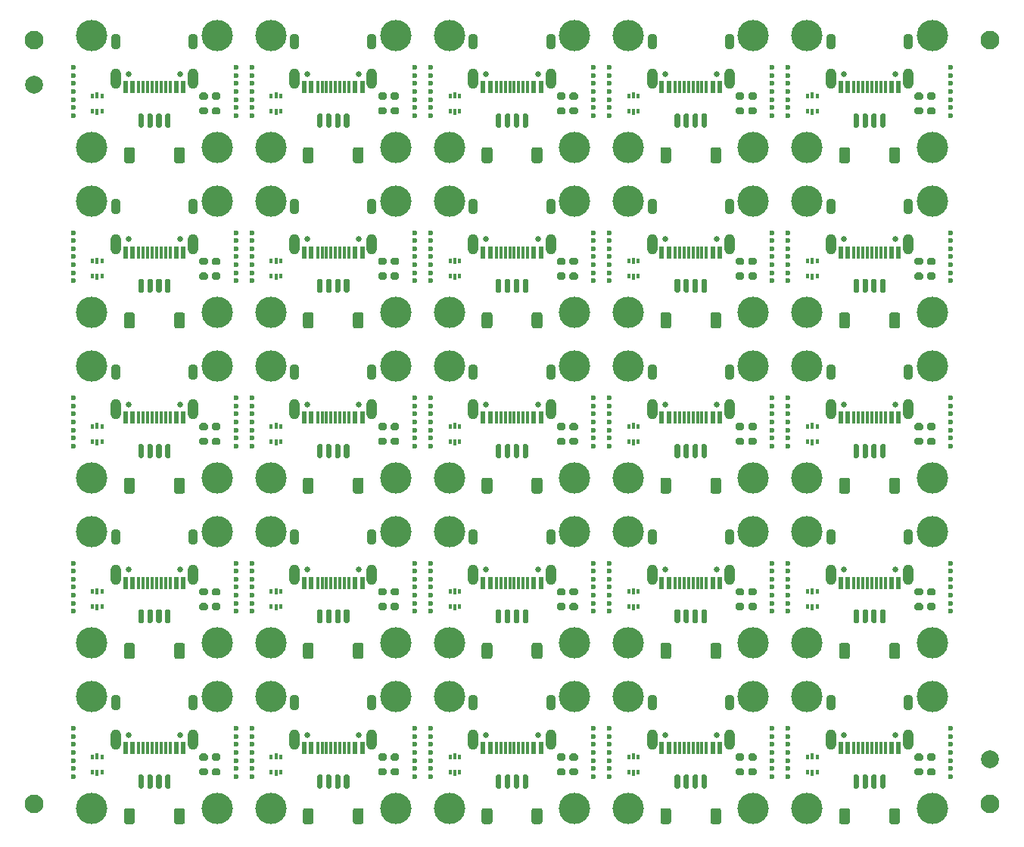
<source format=gts>
%TF.GenerationSoftware,KiCad,Pcbnew,(5.1.10)-1*%
%TF.CreationDate,2021-07-14T16:30:43+08:00*%
%TF.ProjectId,u1_Warped,75315f57-6172-4706-9564-2e6b69636164,rev?*%
%TF.SameCoordinates,Original*%
%TF.FileFunction,Soldermask,Top*%
%TF.FilePolarity,Negative*%
%FSLAX46Y46*%
G04 Gerber Fmt 4.6, Leading zero omitted, Abs format (unit mm)*
G04 Created by KiCad (PCBNEW (5.1.10)-1) date 2021-07-14 16:30:43*
%MOMM*%
%LPD*%
G01*
G04 APERTURE LIST*
%ADD10R,0.600000X1.450000*%
%ADD11R,0.300000X1.450000*%
%ADD12O,1.200000X2.300000*%
%ADD13C,0.650000*%
%ADD14O,1.100000X1.800000*%
%ADD15C,3.500000*%
%ADD16C,2.100000*%
%ADD17C,2.000000*%
%ADD18C,0.600000*%
%ADD19R,0.375000X0.500000*%
%ADD20R,0.300000X0.650000*%
G04 APERTURE END LIST*
D10*
%TO.C,J1*%
X130750000Y-116745000D03*
X131550000Y-116745000D03*
X136450000Y-116745000D03*
X137250000Y-116745000D03*
X137250000Y-116745000D03*
X136450000Y-116745000D03*
X131550000Y-116745000D03*
X130750000Y-116745000D03*
D11*
X135750000Y-116745000D03*
X135250000Y-116745000D03*
X134750000Y-116745000D03*
X133750000Y-116745000D03*
X133250000Y-116745000D03*
X132750000Y-116745000D03*
X132250000Y-116745000D03*
X134250000Y-116745000D03*
D12*
X129680000Y-115830000D03*
X138320000Y-115830000D03*
D13*
X136890000Y-115300000D03*
D14*
X138320000Y-111650000D03*
D13*
X131110000Y-115300000D03*
D14*
X129680000Y-111650000D03*
%TD*%
D10*
%TO.C,J1*%
X110750000Y-116745000D03*
X111550000Y-116745000D03*
X116450000Y-116745000D03*
X117250000Y-116745000D03*
X117250000Y-116745000D03*
X116450000Y-116745000D03*
X111550000Y-116745000D03*
X110750000Y-116745000D03*
D11*
X115750000Y-116745000D03*
X115250000Y-116745000D03*
X114750000Y-116745000D03*
X113750000Y-116745000D03*
X113250000Y-116745000D03*
X112750000Y-116745000D03*
X112250000Y-116745000D03*
X114250000Y-116745000D03*
D12*
X109680000Y-115830000D03*
X118320000Y-115830000D03*
D13*
X116890000Y-115300000D03*
D14*
X118320000Y-111650000D03*
D13*
X111110000Y-115300000D03*
D14*
X109680000Y-111650000D03*
%TD*%
D10*
%TO.C,J1*%
X90750000Y-116745000D03*
X91550000Y-116745000D03*
X96450000Y-116745000D03*
X97250000Y-116745000D03*
X97250000Y-116745000D03*
X96450000Y-116745000D03*
X91550000Y-116745000D03*
X90750000Y-116745000D03*
D11*
X95750000Y-116745000D03*
X95250000Y-116745000D03*
X94750000Y-116745000D03*
X93750000Y-116745000D03*
X93250000Y-116745000D03*
X92750000Y-116745000D03*
X92250000Y-116745000D03*
X94250000Y-116745000D03*
D12*
X89680000Y-115830000D03*
X98320000Y-115830000D03*
D13*
X96890000Y-115300000D03*
D14*
X98320000Y-111650000D03*
D13*
X91110000Y-115300000D03*
D14*
X89680000Y-111650000D03*
%TD*%
D10*
%TO.C,J1*%
X70750000Y-116745000D03*
X71550000Y-116745000D03*
X76450000Y-116745000D03*
X77250000Y-116745000D03*
X77250000Y-116745000D03*
X76450000Y-116745000D03*
X71550000Y-116745000D03*
X70750000Y-116745000D03*
D11*
X75750000Y-116745000D03*
X75250000Y-116745000D03*
X74750000Y-116745000D03*
X73750000Y-116745000D03*
X73250000Y-116745000D03*
X72750000Y-116745000D03*
X72250000Y-116745000D03*
X74250000Y-116745000D03*
D12*
X69680000Y-115830000D03*
X78320000Y-115830000D03*
D13*
X76890000Y-115300000D03*
D14*
X78320000Y-111650000D03*
D13*
X71110000Y-115300000D03*
D14*
X69680000Y-111650000D03*
%TD*%
D10*
%TO.C,J1*%
X50750000Y-116745000D03*
X51550000Y-116745000D03*
X56450000Y-116745000D03*
X57250000Y-116745000D03*
X57250000Y-116745000D03*
X56450000Y-116745000D03*
X51550000Y-116745000D03*
X50750000Y-116745000D03*
D11*
X55750000Y-116745000D03*
X55250000Y-116745000D03*
X54750000Y-116745000D03*
X53750000Y-116745000D03*
X53250000Y-116745000D03*
X52750000Y-116745000D03*
X52250000Y-116745000D03*
X54250000Y-116745000D03*
D12*
X49680000Y-115830000D03*
X58320000Y-115830000D03*
D13*
X56890000Y-115300000D03*
D14*
X58320000Y-111650000D03*
D13*
X51110000Y-115300000D03*
D14*
X49680000Y-111650000D03*
%TD*%
D10*
%TO.C,J1*%
X130750000Y-98245000D03*
X131550000Y-98245000D03*
X136450000Y-98245000D03*
X137250000Y-98245000D03*
X137250000Y-98245000D03*
X136450000Y-98245000D03*
X131550000Y-98245000D03*
X130750000Y-98245000D03*
D11*
X135750000Y-98245000D03*
X135250000Y-98245000D03*
X134750000Y-98245000D03*
X133750000Y-98245000D03*
X133250000Y-98245000D03*
X132750000Y-98245000D03*
X132250000Y-98245000D03*
X134250000Y-98245000D03*
D12*
X129680000Y-97330000D03*
X138320000Y-97330000D03*
D13*
X136890000Y-96800000D03*
D14*
X138320000Y-93150000D03*
D13*
X131110000Y-96800000D03*
D14*
X129680000Y-93150000D03*
%TD*%
D10*
%TO.C,J1*%
X110750000Y-98245000D03*
X111550000Y-98245000D03*
X116450000Y-98245000D03*
X117250000Y-98245000D03*
X117250000Y-98245000D03*
X116450000Y-98245000D03*
X111550000Y-98245000D03*
X110750000Y-98245000D03*
D11*
X115750000Y-98245000D03*
X115250000Y-98245000D03*
X114750000Y-98245000D03*
X113750000Y-98245000D03*
X113250000Y-98245000D03*
X112750000Y-98245000D03*
X112250000Y-98245000D03*
X114250000Y-98245000D03*
D12*
X109680000Y-97330000D03*
X118320000Y-97330000D03*
D13*
X116890000Y-96800000D03*
D14*
X118320000Y-93150000D03*
D13*
X111110000Y-96800000D03*
D14*
X109680000Y-93150000D03*
%TD*%
D10*
%TO.C,J1*%
X90750000Y-98245000D03*
X91550000Y-98245000D03*
X96450000Y-98245000D03*
X97250000Y-98245000D03*
X97250000Y-98245000D03*
X96450000Y-98245000D03*
X91550000Y-98245000D03*
X90750000Y-98245000D03*
D11*
X95750000Y-98245000D03*
X95250000Y-98245000D03*
X94750000Y-98245000D03*
X93750000Y-98245000D03*
X93250000Y-98245000D03*
X92750000Y-98245000D03*
X92250000Y-98245000D03*
X94250000Y-98245000D03*
D12*
X89680000Y-97330000D03*
X98320000Y-97330000D03*
D13*
X96890000Y-96800000D03*
D14*
X98320000Y-93150000D03*
D13*
X91110000Y-96800000D03*
D14*
X89680000Y-93150000D03*
%TD*%
D10*
%TO.C,J1*%
X70750000Y-98245000D03*
X71550000Y-98245000D03*
X76450000Y-98245000D03*
X77250000Y-98245000D03*
X77250000Y-98245000D03*
X76450000Y-98245000D03*
X71550000Y-98245000D03*
X70750000Y-98245000D03*
D11*
X75750000Y-98245000D03*
X75250000Y-98245000D03*
X74750000Y-98245000D03*
X73750000Y-98245000D03*
X73250000Y-98245000D03*
X72750000Y-98245000D03*
X72250000Y-98245000D03*
X74250000Y-98245000D03*
D12*
X69680000Y-97330000D03*
X78320000Y-97330000D03*
D13*
X76890000Y-96800000D03*
D14*
X78320000Y-93150000D03*
D13*
X71110000Y-96800000D03*
D14*
X69680000Y-93150000D03*
%TD*%
D10*
%TO.C,J1*%
X50750000Y-98245000D03*
X51550000Y-98245000D03*
X56450000Y-98245000D03*
X57250000Y-98245000D03*
X57250000Y-98245000D03*
X56450000Y-98245000D03*
X51550000Y-98245000D03*
X50750000Y-98245000D03*
D11*
X55750000Y-98245000D03*
X55250000Y-98245000D03*
X54750000Y-98245000D03*
X53750000Y-98245000D03*
X53250000Y-98245000D03*
X52750000Y-98245000D03*
X52250000Y-98245000D03*
X54250000Y-98245000D03*
D12*
X49680000Y-97330000D03*
X58320000Y-97330000D03*
D13*
X56890000Y-96800000D03*
D14*
X58320000Y-93150000D03*
D13*
X51110000Y-96800000D03*
D14*
X49680000Y-93150000D03*
%TD*%
D10*
%TO.C,J1*%
X130750000Y-79745000D03*
X131550000Y-79745000D03*
X136450000Y-79745000D03*
X137250000Y-79745000D03*
X137250000Y-79745000D03*
X136450000Y-79745000D03*
X131550000Y-79745000D03*
X130750000Y-79745000D03*
D11*
X135750000Y-79745000D03*
X135250000Y-79745000D03*
X134750000Y-79745000D03*
X133750000Y-79745000D03*
X133250000Y-79745000D03*
X132750000Y-79745000D03*
X132250000Y-79745000D03*
X134250000Y-79745000D03*
D12*
X129680000Y-78830000D03*
X138320000Y-78830000D03*
D13*
X136890000Y-78300000D03*
D14*
X138320000Y-74650000D03*
D13*
X131110000Y-78300000D03*
D14*
X129680000Y-74650000D03*
%TD*%
D10*
%TO.C,J1*%
X110750000Y-79745000D03*
X111550000Y-79745000D03*
X116450000Y-79745000D03*
X117250000Y-79745000D03*
X117250000Y-79745000D03*
X116450000Y-79745000D03*
X111550000Y-79745000D03*
X110750000Y-79745000D03*
D11*
X115750000Y-79745000D03*
X115250000Y-79745000D03*
X114750000Y-79745000D03*
X113750000Y-79745000D03*
X113250000Y-79745000D03*
X112750000Y-79745000D03*
X112250000Y-79745000D03*
X114250000Y-79745000D03*
D12*
X109680000Y-78830000D03*
X118320000Y-78830000D03*
D13*
X116890000Y-78300000D03*
D14*
X118320000Y-74650000D03*
D13*
X111110000Y-78300000D03*
D14*
X109680000Y-74650000D03*
%TD*%
D10*
%TO.C,J1*%
X90750000Y-79745000D03*
X91550000Y-79745000D03*
X96450000Y-79745000D03*
X97250000Y-79745000D03*
X97250000Y-79745000D03*
X96450000Y-79745000D03*
X91550000Y-79745000D03*
X90750000Y-79745000D03*
D11*
X95750000Y-79745000D03*
X95250000Y-79745000D03*
X94750000Y-79745000D03*
X93750000Y-79745000D03*
X93250000Y-79745000D03*
X92750000Y-79745000D03*
X92250000Y-79745000D03*
X94250000Y-79745000D03*
D12*
X89680000Y-78830000D03*
X98320000Y-78830000D03*
D13*
X96890000Y-78300000D03*
D14*
X98320000Y-74650000D03*
D13*
X91110000Y-78300000D03*
D14*
X89680000Y-74650000D03*
%TD*%
D10*
%TO.C,J1*%
X70750000Y-79745000D03*
X71550000Y-79745000D03*
X76450000Y-79745000D03*
X77250000Y-79745000D03*
X77250000Y-79745000D03*
X76450000Y-79745000D03*
X71550000Y-79745000D03*
X70750000Y-79745000D03*
D11*
X75750000Y-79745000D03*
X75250000Y-79745000D03*
X74750000Y-79745000D03*
X73750000Y-79745000D03*
X73250000Y-79745000D03*
X72750000Y-79745000D03*
X72250000Y-79745000D03*
X74250000Y-79745000D03*
D12*
X69680000Y-78830000D03*
X78320000Y-78830000D03*
D13*
X76890000Y-78300000D03*
D14*
X78320000Y-74650000D03*
D13*
X71110000Y-78300000D03*
D14*
X69680000Y-74650000D03*
%TD*%
D10*
%TO.C,J1*%
X50750000Y-79745000D03*
X51550000Y-79745000D03*
X56450000Y-79745000D03*
X57250000Y-79745000D03*
X57250000Y-79745000D03*
X56450000Y-79745000D03*
X51550000Y-79745000D03*
X50750000Y-79745000D03*
D11*
X55750000Y-79745000D03*
X55250000Y-79745000D03*
X54750000Y-79745000D03*
X53750000Y-79745000D03*
X53250000Y-79745000D03*
X52750000Y-79745000D03*
X52250000Y-79745000D03*
X54250000Y-79745000D03*
D12*
X49680000Y-78830000D03*
X58320000Y-78830000D03*
D13*
X56890000Y-78300000D03*
D14*
X58320000Y-74650000D03*
D13*
X51110000Y-78300000D03*
D14*
X49680000Y-74650000D03*
%TD*%
D10*
%TO.C,J1*%
X130750000Y-61245000D03*
X131550000Y-61245000D03*
X136450000Y-61245000D03*
X137250000Y-61245000D03*
X137250000Y-61245000D03*
X136450000Y-61245000D03*
X131550000Y-61245000D03*
X130750000Y-61245000D03*
D11*
X135750000Y-61245000D03*
X135250000Y-61245000D03*
X134750000Y-61245000D03*
X133750000Y-61245000D03*
X133250000Y-61245000D03*
X132750000Y-61245000D03*
X132250000Y-61245000D03*
X134250000Y-61245000D03*
D12*
X129680000Y-60330000D03*
X138320000Y-60330000D03*
D13*
X136890000Y-59800000D03*
D14*
X138320000Y-56150000D03*
D13*
X131110000Y-59800000D03*
D14*
X129680000Y-56150000D03*
%TD*%
D10*
%TO.C,J1*%
X110750000Y-61245000D03*
X111550000Y-61245000D03*
X116450000Y-61245000D03*
X117250000Y-61245000D03*
X117250000Y-61245000D03*
X116450000Y-61245000D03*
X111550000Y-61245000D03*
X110750000Y-61245000D03*
D11*
X115750000Y-61245000D03*
X115250000Y-61245000D03*
X114750000Y-61245000D03*
X113750000Y-61245000D03*
X113250000Y-61245000D03*
X112750000Y-61245000D03*
X112250000Y-61245000D03*
X114250000Y-61245000D03*
D12*
X109680000Y-60330000D03*
X118320000Y-60330000D03*
D13*
X116890000Y-59800000D03*
D14*
X118320000Y-56150000D03*
D13*
X111110000Y-59800000D03*
D14*
X109680000Y-56150000D03*
%TD*%
D10*
%TO.C,J1*%
X90750000Y-61245000D03*
X91550000Y-61245000D03*
X96450000Y-61245000D03*
X97250000Y-61245000D03*
X97250000Y-61245000D03*
X96450000Y-61245000D03*
X91550000Y-61245000D03*
X90750000Y-61245000D03*
D11*
X95750000Y-61245000D03*
X95250000Y-61245000D03*
X94750000Y-61245000D03*
X93750000Y-61245000D03*
X93250000Y-61245000D03*
X92750000Y-61245000D03*
X92250000Y-61245000D03*
X94250000Y-61245000D03*
D12*
X89680000Y-60330000D03*
X98320000Y-60330000D03*
D13*
X96890000Y-59800000D03*
D14*
X98320000Y-56150000D03*
D13*
X91110000Y-59800000D03*
D14*
X89680000Y-56150000D03*
%TD*%
D10*
%TO.C,J1*%
X70750000Y-61245000D03*
X71550000Y-61245000D03*
X76450000Y-61245000D03*
X77250000Y-61245000D03*
X77250000Y-61245000D03*
X76450000Y-61245000D03*
X71550000Y-61245000D03*
X70750000Y-61245000D03*
D11*
X75750000Y-61245000D03*
X75250000Y-61245000D03*
X74750000Y-61245000D03*
X73750000Y-61245000D03*
X73250000Y-61245000D03*
X72750000Y-61245000D03*
X72250000Y-61245000D03*
X74250000Y-61245000D03*
D12*
X69680000Y-60330000D03*
X78320000Y-60330000D03*
D13*
X76890000Y-59800000D03*
D14*
X78320000Y-56150000D03*
D13*
X71110000Y-59800000D03*
D14*
X69680000Y-56150000D03*
%TD*%
D10*
%TO.C,J1*%
X50750000Y-61245000D03*
X51550000Y-61245000D03*
X56450000Y-61245000D03*
X57250000Y-61245000D03*
X57250000Y-61245000D03*
X56450000Y-61245000D03*
X51550000Y-61245000D03*
X50750000Y-61245000D03*
D11*
X55750000Y-61245000D03*
X55250000Y-61245000D03*
X54750000Y-61245000D03*
X53750000Y-61245000D03*
X53250000Y-61245000D03*
X52750000Y-61245000D03*
X52250000Y-61245000D03*
X54250000Y-61245000D03*
D12*
X49680000Y-60330000D03*
X58320000Y-60330000D03*
D13*
X56890000Y-59800000D03*
D14*
X58320000Y-56150000D03*
D13*
X51110000Y-59800000D03*
D14*
X49680000Y-56150000D03*
%TD*%
D10*
%TO.C,J1*%
X130750000Y-42745000D03*
X131550000Y-42745000D03*
X136450000Y-42745000D03*
X137250000Y-42745000D03*
X137250000Y-42745000D03*
X136450000Y-42745000D03*
X131550000Y-42745000D03*
X130750000Y-42745000D03*
D11*
X135750000Y-42745000D03*
X135250000Y-42745000D03*
X134750000Y-42745000D03*
X133750000Y-42745000D03*
X133250000Y-42745000D03*
X132750000Y-42745000D03*
X132250000Y-42745000D03*
X134250000Y-42745000D03*
D12*
X129680000Y-41830000D03*
X138320000Y-41830000D03*
D13*
X136890000Y-41300000D03*
D14*
X138320000Y-37650000D03*
D13*
X131110000Y-41300000D03*
D14*
X129680000Y-37650000D03*
%TD*%
D10*
%TO.C,J1*%
X110750000Y-42745000D03*
X111550000Y-42745000D03*
X116450000Y-42745000D03*
X117250000Y-42745000D03*
X117250000Y-42745000D03*
X116450000Y-42745000D03*
X111550000Y-42745000D03*
X110750000Y-42745000D03*
D11*
X115750000Y-42745000D03*
X115250000Y-42745000D03*
X114750000Y-42745000D03*
X113750000Y-42745000D03*
X113250000Y-42745000D03*
X112750000Y-42745000D03*
X112250000Y-42745000D03*
X114250000Y-42745000D03*
D12*
X109680000Y-41830000D03*
X118320000Y-41830000D03*
D13*
X116890000Y-41300000D03*
D14*
X118320000Y-37650000D03*
D13*
X111110000Y-41300000D03*
D14*
X109680000Y-37650000D03*
%TD*%
D10*
%TO.C,J1*%
X90750000Y-42745000D03*
X91550000Y-42745000D03*
X96450000Y-42745000D03*
X97250000Y-42745000D03*
X97250000Y-42745000D03*
X96450000Y-42745000D03*
X91550000Y-42745000D03*
X90750000Y-42745000D03*
D11*
X95750000Y-42745000D03*
X95250000Y-42745000D03*
X94750000Y-42745000D03*
X93750000Y-42745000D03*
X93250000Y-42745000D03*
X92750000Y-42745000D03*
X92250000Y-42745000D03*
X94250000Y-42745000D03*
D12*
X89680000Y-41830000D03*
X98320000Y-41830000D03*
D13*
X96890000Y-41300000D03*
D14*
X98320000Y-37650000D03*
D13*
X91110000Y-41300000D03*
D14*
X89680000Y-37650000D03*
%TD*%
D10*
%TO.C,J1*%
X70750000Y-42745000D03*
X71550000Y-42745000D03*
X76450000Y-42745000D03*
X77250000Y-42745000D03*
X77250000Y-42745000D03*
X76450000Y-42745000D03*
X71550000Y-42745000D03*
X70750000Y-42745000D03*
D11*
X75750000Y-42745000D03*
X75250000Y-42745000D03*
X74750000Y-42745000D03*
X73750000Y-42745000D03*
X73250000Y-42745000D03*
X72750000Y-42745000D03*
X72250000Y-42745000D03*
X74250000Y-42745000D03*
D12*
X69680000Y-41830000D03*
X78320000Y-41830000D03*
D13*
X76890000Y-41300000D03*
D14*
X78320000Y-37650000D03*
D13*
X71110000Y-41300000D03*
D14*
X69680000Y-37650000D03*
%TD*%
D10*
%TO.C,J1*%
X50750000Y-42745000D03*
X51550000Y-42745000D03*
X56450000Y-42745000D03*
X57250000Y-42745000D03*
X57250000Y-42745000D03*
X56450000Y-42745000D03*
X51550000Y-42745000D03*
X50750000Y-42745000D03*
D11*
X55750000Y-42745000D03*
X55250000Y-42745000D03*
X54750000Y-42745000D03*
X53750000Y-42745000D03*
X53250000Y-42745000D03*
X52750000Y-42745000D03*
X52250000Y-42745000D03*
X54250000Y-42745000D03*
D12*
X49680000Y-41830000D03*
X58320000Y-41830000D03*
D13*
X56890000Y-41300000D03*
D14*
X58320000Y-37650000D03*
D13*
X51110000Y-41300000D03*
D14*
X49680000Y-37650000D03*
%TD*%
D15*
%TO.C,REF\u002A\u002A*%
X127000000Y-111000000D03*
%TD*%
%TO.C,REF\u002A\u002A*%
X107000000Y-111000000D03*
%TD*%
%TO.C,REF\u002A\u002A*%
X87000000Y-111000000D03*
%TD*%
%TO.C,REF\u002A\u002A*%
X67000000Y-111000000D03*
%TD*%
%TO.C,REF\u002A\u002A*%
X47000000Y-111000000D03*
%TD*%
%TO.C,REF\u002A\u002A*%
X127000000Y-92500000D03*
%TD*%
%TO.C,REF\u002A\u002A*%
X107000000Y-92500000D03*
%TD*%
%TO.C,REF\u002A\u002A*%
X87000000Y-92500000D03*
%TD*%
%TO.C,REF\u002A\u002A*%
X67000000Y-92500000D03*
%TD*%
%TO.C,REF\u002A\u002A*%
X47000000Y-92500000D03*
%TD*%
%TO.C,REF\u002A\u002A*%
X127000000Y-74000000D03*
%TD*%
%TO.C,REF\u002A\u002A*%
X107000000Y-74000000D03*
%TD*%
%TO.C,REF\u002A\u002A*%
X87000000Y-74000000D03*
%TD*%
%TO.C,REF\u002A\u002A*%
X67000000Y-74000000D03*
%TD*%
%TO.C,REF\u002A\u002A*%
X47000000Y-74000000D03*
%TD*%
%TO.C,REF\u002A\u002A*%
X127000000Y-55500000D03*
%TD*%
%TO.C,REF\u002A\u002A*%
X107000000Y-55500000D03*
%TD*%
%TO.C,REF\u002A\u002A*%
X87000000Y-55500000D03*
%TD*%
%TO.C,REF\u002A\u002A*%
X67000000Y-55500000D03*
%TD*%
%TO.C,REF\u002A\u002A*%
X47000000Y-55500000D03*
%TD*%
%TO.C,REF\u002A\u002A*%
X127000000Y-37000000D03*
%TD*%
%TO.C,REF\u002A\u002A*%
X107000000Y-37000000D03*
%TD*%
%TO.C,REF\u002A\u002A*%
X87000000Y-37000000D03*
%TD*%
%TO.C,REF\u002A\u002A*%
X67000000Y-37000000D03*
%TD*%
%TO.C,REF\u002A\u002A*%
X141000000Y-111000000D03*
%TD*%
%TO.C,REF\u002A\u002A*%
X121000000Y-111000000D03*
%TD*%
%TO.C,REF\u002A\u002A*%
X101000000Y-111000000D03*
%TD*%
%TO.C,REF\u002A\u002A*%
X81000000Y-111000000D03*
%TD*%
%TO.C,REF\u002A\u002A*%
X61000000Y-111000000D03*
%TD*%
%TO.C,REF\u002A\u002A*%
X141000000Y-92500000D03*
%TD*%
%TO.C,REF\u002A\u002A*%
X121000000Y-92500000D03*
%TD*%
%TO.C,REF\u002A\u002A*%
X101000000Y-92500000D03*
%TD*%
%TO.C,REF\u002A\u002A*%
X81000000Y-92500000D03*
%TD*%
%TO.C,REF\u002A\u002A*%
X61000000Y-92500000D03*
%TD*%
%TO.C,REF\u002A\u002A*%
X141000000Y-74000000D03*
%TD*%
%TO.C,REF\u002A\u002A*%
X121000000Y-74000000D03*
%TD*%
%TO.C,REF\u002A\u002A*%
X101000000Y-74000000D03*
%TD*%
%TO.C,REF\u002A\u002A*%
X81000000Y-74000000D03*
%TD*%
%TO.C,REF\u002A\u002A*%
X61000000Y-74000000D03*
%TD*%
%TO.C,REF\u002A\u002A*%
X141000000Y-55500000D03*
%TD*%
%TO.C,REF\u002A\u002A*%
X121000000Y-55500000D03*
%TD*%
%TO.C,REF\u002A\u002A*%
X101000000Y-55500000D03*
%TD*%
%TO.C,REF\u002A\u002A*%
X81000000Y-55500000D03*
%TD*%
%TO.C,REF\u002A\u002A*%
X61000000Y-55500000D03*
%TD*%
%TO.C,REF\u002A\u002A*%
X141000000Y-37000000D03*
%TD*%
%TO.C,REF\u002A\u002A*%
X121000000Y-37000000D03*
%TD*%
%TO.C,REF\u002A\u002A*%
X101000000Y-37000000D03*
%TD*%
%TO.C,REF\u002A\u002A*%
X81000000Y-37000000D03*
%TD*%
%TO.C,REF\u002A\u002A*%
X127000000Y-123500000D03*
%TD*%
%TO.C,REF\u002A\u002A*%
X107000000Y-123500000D03*
%TD*%
%TO.C,REF\u002A\u002A*%
X87000000Y-123500000D03*
%TD*%
%TO.C,REF\u002A\u002A*%
X67000000Y-123500000D03*
%TD*%
%TO.C,REF\u002A\u002A*%
X47000000Y-123500000D03*
%TD*%
%TO.C,REF\u002A\u002A*%
X127000000Y-105000000D03*
%TD*%
%TO.C,REF\u002A\u002A*%
X107000000Y-105000000D03*
%TD*%
%TO.C,REF\u002A\u002A*%
X87000000Y-105000000D03*
%TD*%
%TO.C,REF\u002A\u002A*%
X67000000Y-105000000D03*
%TD*%
%TO.C,REF\u002A\u002A*%
X47000000Y-105000000D03*
%TD*%
%TO.C,REF\u002A\u002A*%
X127000000Y-86500000D03*
%TD*%
%TO.C,REF\u002A\u002A*%
X107000000Y-86500000D03*
%TD*%
%TO.C,REF\u002A\u002A*%
X87000000Y-86500000D03*
%TD*%
%TO.C,REF\u002A\u002A*%
X67000000Y-86500000D03*
%TD*%
%TO.C,REF\u002A\u002A*%
X47000000Y-86500000D03*
%TD*%
%TO.C,REF\u002A\u002A*%
X127000000Y-68000000D03*
%TD*%
%TO.C,REF\u002A\u002A*%
X107000000Y-68000000D03*
%TD*%
%TO.C,REF\u002A\u002A*%
X87000000Y-68000000D03*
%TD*%
%TO.C,REF\u002A\u002A*%
X67000000Y-68000000D03*
%TD*%
%TO.C,REF\u002A\u002A*%
X47000000Y-68000000D03*
%TD*%
%TO.C,REF\u002A\u002A*%
X127000000Y-49500000D03*
%TD*%
%TO.C,REF\u002A\u002A*%
X107000000Y-49500000D03*
%TD*%
%TO.C,REF\u002A\u002A*%
X87000000Y-49500000D03*
%TD*%
%TO.C,REF\u002A\u002A*%
X67000000Y-49500000D03*
%TD*%
%TO.C,REF\u002A\u002A*%
X141000000Y-123500000D03*
%TD*%
%TO.C,REF\u002A\u002A*%
X121000000Y-123500000D03*
%TD*%
%TO.C,REF\u002A\u002A*%
X101000000Y-123500000D03*
%TD*%
%TO.C,REF\u002A\u002A*%
X81000000Y-123500000D03*
%TD*%
%TO.C,REF\u002A\u002A*%
X61000000Y-123500000D03*
%TD*%
%TO.C,REF\u002A\u002A*%
X141000000Y-105000000D03*
%TD*%
%TO.C,REF\u002A\u002A*%
X121000000Y-105000000D03*
%TD*%
%TO.C,REF\u002A\u002A*%
X101000000Y-105000000D03*
%TD*%
%TO.C,REF\u002A\u002A*%
X81000000Y-105000000D03*
%TD*%
%TO.C,REF\u002A\u002A*%
X61000000Y-105000000D03*
%TD*%
%TO.C,REF\u002A\u002A*%
X141000000Y-86500000D03*
%TD*%
%TO.C,REF\u002A\u002A*%
X121000000Y-86500000D03*
%TD*%
%TO.C,REF\u002A\u002A*%
X101000000Y-86500000D03*
%TD*%
%TO.C,REF\u002A\u002A*%
X81000000Y-86500000D03*
%TD*%
%TO.C,REF\u002A\u002A*%
X61000000Y-86500000D03*
%TD*%
%TO.C,REF\u002A\u002A*%
X141000000Y-68000000D03*
%TD*%
%TO.C,REF\u002A\u002A*%
X121000000Y-68000000D03*
%TD*%
%TO.C,REF\u002A\u002A*%
X101000000Y-68000000D03*
%TD*%
%TO.C,REF\u002A\u002A*%
X81000000Y-68000000D03*
%TD*%
%TO.C,REF\u002A\u002A*%
X61000000Y-68000000D03*
%TD*%
%TO.C,REF\u002A\u002A*%
X141000000Y-49500000D03*
%TD*%
%TO.C,REF\u002A\u002A*%
X121000000Y-49500000D03*
%TD*%
%TO.C,REF\u002A\u002A*%
X101000000Y-49500000D03*
%TD*%
%TO.C,REF\u002A\u002A*%
X81000000Y-49500000D03*
%TD*%
%TO.C,REF\u002A\u002A*%
X61000000Y-49500000D03*
%TD*%
%TO.C,REF\u002A\u002A*%
X47000000Y-49500000D03*
%TD*%
%TO.C,REF\u002A\u002A*%
X61000000Y-37000000D03*
%TD*%
%TO.C,REF\u002A\u002A*%
X47000000Y-37000000D03*
%TD*%
D16*
%TO.C,REF\u002A\u002A*%
X147500000Y-37500000D03*
%TD*%
D17*
%TO.C,REF\u002A\u002A*%
X147500000Y-118000000D03*
%TD*%
D16*
%TO.C,REF\u002A\u002A*%
X147500000Y-123000000D03*
%TD*%
%TO.C,REF\u002A\u002A*%
X40500000Y-123000000D03*
%TD*%
%TO.C,REF\u002A\u002A*%
X40500000Y-37500000D03*
%TD*%
D17*
%TO.C,REF\u002A\u002A*%
X40500000Y-42500000D03*
%TD*%
D18*
%TO.C,REF\u002A\u002A*%
X143100000Y-116350000D03*
X143100000Y-117250000D03*
X143100000Y-118150000D03*
X143100000Y-115450000D03*
X143100000Y-119050000D03*
X143100000Y-114550000D03*
X143100000Y-119950000D03*
%TD*%
%TO.C,REF\u002A\u002A*%
X123100000Y-116350000D03*
X123100000Y-117250000D03*
X123100000Y-118150000D03*
X123100000Y-115450000D03*
X123100000Y-119050000D03*
X123100000Y-114550000D03*
X123100000Y-119950000D03*
%TD*%
%TO.C,REF\u002A\u002A*%
X103100000Y-116350000D03*
X103100000Y-117250000D03*
X103100000Y-118150000D03*
X103100000Y-115450000D03*
X103100000Y-119050000D03*
X103100000Y-114550000D03*
X103100000Y-119950000D03*
%TD*%
%TO.C,REF\u002A\u002A*%
X83100000Y-116350000D03*
X83100000Y-117250000D03*
X83100000Y-118150000D03*
X83100000Y-115450000D03*
X83100000Y-119050000D03*
X83100000Y-114550000D03*
X83100000Y-119950000D03*
%TD*%
%TO.C,REF\u002A\u002A*%
X63100000Y-116350000D03*
X63100000Y-117250000D03*
X63100000Y-118150000D03*
X63100000Y-115450000D03*
X63100000Y-119050000D03*
X63100000Y-114550000D03*
X63100000Y-119950000D03*
%TD*%
%TO.C,REF\u002A\u002A*%
X143100000Y-97850000D03*
X143100000Y-98750000D03*
X143100000Y-99650000D03*
X143100000Y-96950000D03*
X143100000Y-100550000D03*
X143100000Y-96050000D03*
X143100000Y-101450000D03*
%TD*%
%TO.C,REF\u002A\u002A*%
X123100000Y-97850000D03*
X123100000Y-98750000D03*
X123100000Y-99650000D03*
X123100000Y-96950000D03*
X123100000Y-100550000D03*
X123100000Y-96050000D03*
X123100000Y-101450000D03*
%TD*%
%TO.C,REF\u002A\u002A*%
X103100000Y-97850000D03*
X103100000Y-98750000D03*
X103100000Y-99650000D03*
X103100000Y-96950000D03*
X103100000Y-100550000D03*
X103100000Y-96050000D03*
X103100000Y-101450000D03*
%TD*%
%TO.C,REF\u002A\u002A*%
X83100000Y-97850000D03*
X83100000Y-98750000D03*
X83100000Y-99650000D03*
X83100000Y-96950000D03*
X83100000Y-100550000D03*
X83100000Y-96050000D03*
X83100000Y-101450000D03*
%TD*%
%TO.C,REF\u002A\u002A*%
X63100000Y-97850000D03*
X63100000Y-98750000D03*
X63100000Y-99650000D03*
X63100000Y-96950000D03*
X63100000Y-100550000D03*
X63100000Y-96050000D03*
X63100000Y-101450000D03*
%TD*%
%TO.C,REF\u002A\u002A*%
X143100000Y-79350000D03*
X143100000Y-80250000D03*
X143100000Y-81150000D03*
X143100000Y-78450000D03*
X143100000Y-82050000D03*
X143100000Y-77550000D03*
X143100000Y-82950000D03*
%TD*%
%TO.C,REF\u002A\u002A*%
X123100000Y-79350000D03*
X123100000Y-80250000D03*
X123100000Y-81150000D03*
X123100000Y-78450000D03*
X123100000Y-82050000D03*
X123100000Y-77550000D03*
X123100000Y-82950000D03*
%TD*%
%TO.C,REF\u002A\u002A*%
X103100000Y-79350000D03*
X103100000Y-80250000D03*
X103100000Y-81150000D03*
X103100000Y-78450000D03*
X103100000Y-82050000D03*
X103100000Y-77550000D03*
X103100000Y-82950000D03*
%TD*%
%TO.C,REF\u002A\u002A*%
X83100000Y-79350000D03*
X83100000Y-80250000D03*
X83100000Y-81150000D03*
X83100000Y-78450000D03*
X83100000Y-82050000D03*
X83100000Y-77550000D03*
X83100000Y-82950000D03*
%TD*%
%TO.C,REF\u002A\u002A*%
X63100000Y-79350000D03*
X63100000Y-80250000D03*
X63100000Y-81150000D03*
X63100000Y-78450000D03*
X63100000Y-82050000D03*
X63100000Y-77550000D03*
X63100000Y-82950000D03*
%TD*%
%TO.C,REF\u002A\u002A*%
X143100000Y-60850000D03*
X143100000Y-61750000D03*
X143100000Y-62650000D03*
X143100000Y-59950000D03*
X143100000Y-63550000D03*
X143100000Y-59050000D03*
X143100000Y-64450000D03*
%TD*%
%TO.C,REF\u002A\u002A*%
X123100000Y-60850000D03*
X123100000Y-61750000D03*
X123100000Y-62650000D03*
X123100000Y-59950000D03*
X123100000Y-63550000D03*
X123100000Y-59050000D03*
X123100000Y-64450000D03*
%TD*%
%TO.C,REF\u002A\u002A*%
X103100000Y-60850000D03*
X103100000Y-61750000D03*
X103100000Y-62650000D03*
X103100000Y-59950000D03*
X103100000Y-63550000D03*
X103100000Y-59050000D03*
X103100000Y-64450000D03*
%TD*%
%TO.C,REF\u002A\u002A*%
X83100000Y-60850000D03*
X83100000Y-61750000D03*
X83100000Y-62650000D03*
X83100000Y-59950000D03*
X83100000Y-63550000D03*
X83100000Y-59050000D03*
X83100000Y-64450000D03*
%TD*%
%TO.C,REF\u002A\u002A*%
X63100000Y-60850000D03*
X63100000Y-61750000D03*
X63100000Y-62650000D03*
X63100000Y-59950000D03*
X63100000Y-63550000D03*
X63100000Y-59050000D03*
X63100000Y-64450000D03*
%TD*%
%TO.C,REF\u002A\u002A*%
X143100000Y-42350000D03*
X143100000Y-43250000D03*
X143100000Y-44150000D03*
X143100000Y-41450000D03*
X143100000Y-45050000D03*
X143100000Y-40550000D03*
X143100000Y-45950000D03*
%TD*%
%TO.C,REF\u002A\u002A*%
X123100000Y-42350000D03*
X123100000Y-43250000D03*
X123100000Y-44150000D03*
X123100000Y-41450000D03*
X123100000Y-45050000D03*
X123100000Y-40550000D03*
X123100000Y-45950000D03*
%TD*%
%TO.C,REF\u002A\u002A*%
X103100000Y-42350000D03*
X103100000Y-43250000D03*
X103100000Y-44150000D03*
X103100000Y-41450000D03*
X103100000Y-45050000D03*
X103100000Y-40550000D03*
X103100000Y-45950000D03*
%TD*%
%TO.C,REF\u002A\u002A*%
X83100000Y-42350000D03*
X83100000Y-43250000D03*
X83100000Y-44150000D03*
X83100000Y-41450000D03*
X83100000Y-45050000D03*
X83100000Y-40550000D03*
X83100000Y-45950000D03*
%TD*%
%TO.C,REF\u002A\u002A*%
X124900000Y-114550000D03*
X124900000Y-119950000D03*
X124900000Y-115450000D03*
X124900000Y-119050000D03*
X124900000Y-116350000D03*
X124900000Y-117250000D03*
X124900000Y-118150000D03*
%TD*%
%TO.C,REF\u002A\u002A*%
X104900000Y-114550000D03*
X104900000Y-119950000D03*
X104900000Y-115450000D03*
X104900000Y-119050000D03*
X104900000Y-116350000D03*
X104900000Y-117250000D03*
X104900000Y-118150000D03*
%TD*%
%TO.C,REF\u002A\u002A*%
X84900000Y-114550000D03*
X84900000Y-119950000D03*
X84900000Y-115450000D03*
X84900000Y-119050000D03*
X84900000Y-116350000D03*
X84900000Y-117250000D03*
X84900000Y-118150000D03*
%TD*%
%TO.C,REF\u002A\u002A*%
X64900000Y-114550000D03*
X64900000Y-119950000D03*
X64900000Y-115450000D03*
X64900000Y-119050000D03*
X64900000Y-116350000D03*
X64900000Y-117250000D03*
X64900000Y-118150000D03*
%TD*%
%TO.C,REF\u002A\u002A*%
X44900000Y-114550000D03*
X44900000Y-119950000D03*
X44900000Y-115450000D03*
X44900000Y-119050000D03*
X44900000Y-116350000D03*
X44900000Y-117250000D03*
X44900000Y-118150000D03*
%TD*%
%TO.C,REF\u002A\u002A*%
X124900000Y-96050000D03*
X124900000Y-101450000D03*
X124900000Y-96950000D03*
X124900000Y-100550000D03*
X124900000Y-97850000D03*
X124900000Y-98750000D03*
X124900000Y-99650000D03*
%TD*%
%TO.C,REF\u002A\u002A*%
X104900000Y-96050000D03*
X104900000Y-101450000D03*
X104900000Y-96950000D03*
X104900000Y-100550000D03*
X104900000Y-97850000D03*
X104900000Y-98750000D03*
X104900000Y-99650000D03*
%TD*%
%TO.C,REF\u002A\u002A*%
X84900000Y-96050000D03*
X84900000Y-101450000D03*
X84900000Y-96950000D03*
X84900000Y-100550000D03*
X84900000Y-97850000D03*
X84900000Y-98750000D03*
X84900000Y-99650000D03*
%TD*%
%TO.C,REF\u002A\u002A*%
X64900000Y-96050000D03*
X64900000Y-101450000D03*
X64900000Y-96950000D03*
X64900000Y-100550000D03*
X64900000Y-97850000D03*
X64900000Y-98750000D03*
X64900000Y-99650000D03*
%TD*%
%TO.C,REF\u002A\u002A*%
X44900000Y-96050000D03*
X44900000Y-101450000D03*
X44900000Y-96950000D03*
X44900000Y-100550000D03*
X44900000Y-97850000D03*
X44900000Y-98750000D03*
X44900000Y-99650000D03*
%TD*%
%TO.C,REF\u002A\u002A*%
X124900000Y-77550000D03*
X124900000Y-82950000D03*
X124900000Y-78450000D03*
X124900000Y-82050000D03*
X124900000Y-79350000D03*
X124900000Y-80250000D03*
X124900000Y-81150000D03*
%TD*%
%TO.C,REF\u002A\u002A*%
X104900000Y-77550000D03*
X104900000Y-82950000D03*
X104900000Y-78450000D03*
X104900000Y-82050000D03*
X104900000Y-79350000D03*
X104900000Y-80250000D03*
X104900000Y-81150000D03*
%TD*%
%TO.C,REF\u002A\u002A*%
X84900000Y-77550000D03*
X84900000Y-82950000D03*
X84900000Y-78450000D03*
X84900000Y-82050000D03*
X84900000Y-79350000D03*
X84900000Y-80250000D03*
X84900000Y-81150000D03*
%TD*%
%TO.C,REF\u002A\u002A*%
X64900000Y-77550000D03*
X64900000Y-82950000D03*
X64900000Y-78450000D03*
X64900000Y-82050000D03*
X64900000Y-79350000D03*
X64900000Y-80250000D03*
X64900000Y-81150000D03*
%TD*%
%TO.C,REF\u002A\u002A*%
X44900000Y-77550000D03*
X44900000Y-82950000D03*
X44900000Y-78450000D03*
X44900000Y-82050000D03*
X44900000Y-79350000D03*
X44900000Y-80250000D03*
X44900000Y-81150000D03*
%TD*%
%TO.C,REF\u002A\u002A*%
X124900000Y-59050000D03*
X124900000Y-64450000D03*
X124900000Y-59950000D03*
X124900000Y-63550000D03*
X124900000Y-60850000D03*
X124900000Y-61750000D03*
X124900000Y-62650000D03*
%TD*%
%TO.C,REF\u002A\u002A*%
X104900000Y-59050000D03*
X104900000Y-64450000D03*
X104900000Y-59950000D03*
X104900000Y-63550000D03*
X104900000Y-60850000D03*
X104900000Y-61750000D03*
X104900000Y-62650000D03*
%TD*%
%TO.C,REF\u002A\u002A*%
X84900000Y-59050000D03*
X84900000Y-64450000D03*
X84900000Y-59950000D03*
X84900000Y-63550000D03*
X84900000Y-60850000D03*
X84900000Y-61750000D03*
X84900000Y-62650000D03*
%TD*%
%TO.C,REF\u002A\u002A*%
X64900000Y-59050000D03*
X64900000Y-64450000D03*
X64900000Y-59950000D03*
X64900000Y-63550000D03*
X64900000Y-60850000D03*
X64900000Y-61750000D03*
X64900000Y-62650000D03*
%TD*%
%TO.C,REF\u002A\u002A*%
X44900000Y-59050000D03*
X44900000Y-64450000D03*
X44900000Y-59950000D03*
X44900000Y-63550000D03*
X44900000Y-60850000D03*
X44900000Y-61750000D03*
X44900000Y-62650000D03*
%TD*%
%TO.C,REF\u002A\u002A*%
X124900000Y-40550000D03*
X124900000Y-45950000D03*
X124900000Y-41450000D03*
X124900000Y-45050000D03*
X124900000Y-42350000D03*
X124900000Y-43250000D03*
X124900000Y-44150000D03*
%TD*%
%TO.C,REF\u002A\u002A*%
X104900000Y-40550000D03*
X104900000Y-45950000D03*
X104900000Y-41450000D03*
X104900000Y-45050000D03*
X104900000Y-42350000D03*
X104900000Y-43250000D03*
X104900000Y-44150000D03*
%TD*%
%TO.C,REF\u002A\u002A*%
X84900000Y-40550000D03*
X84900000Y-45950000D03*
X84900000Y-41450000D03*
X84900000Y-45050000D03*
X84900000Y-42350000D03*
X84900000Y-43250000D03*
X84900000Y-44150000D03*
%TD*%
%TO.C,REF\u002A\u002A*%
X64900000Y-40550000D03*
X64900000Y-45950000D03*
X64900000Y-41450000D03*
X64900000Y-45050000D03*
X64900000Y-42350000D03*
X64900000Y-43250000D03*
X64900000Y-44150000D03*
%TD*%
%TO.C,R2*%
G36*
G01*
X141175000Y-119825000D02*
X140625000Y-119825000D01*
G75*
G02*
X140425000Y-119625000I0J200000D01*
G01*
X140425000Y-119225000D01*
G75*
G02*
X140625000Y-119025000I200000J0D01*
G01*
X141175000Y-119025000D01*
G75*
G02*
X141375000Y-119225000I0J-200000D01*
G01*
X141375000Y-119625000D01*
G75*
G02*
X141175000Y-119825000I-200000J0D01*
G01*
G37*
G36*
G01*
X141175000Y-118175000D02*
X140625000Y-118175000D01*
G75*
G02*
X140425000Y-117975000I0J200000D01*
G01*
X140425000Y-117575000D01*
G75*
G02*
X140625000Y-117375000I200000J0D01*
G01*
X141175000Y-117375000D01*
G75*
G02*
X141375000Y-117575000I0J-200000D01*
G01*
X141375000Y-117975000D01*
G75*
G02*
X141175000Y-118175000I-200000J0D01*
G01*
G37*
%TD*%
%TO.C,R2*%
G36*
G01*
X121175000Y-119825000D02*
X120625000Y-119825000D01*
G75*
G02*
X120425000Y-119625000I0J200000D01*
G01*
X120425000Y-119225000D01*
G75*
G02*
X120625000Y-119025000I200000J0D01*
G01*
X121175000Y-119025000D01*
G75*
G02*
X121375000Y-119225000I0J-200000D01*
G01*
X121375000Y-119625000D01*
G75*
G02*
X121175000Y-119825000I-200000J0D01*
G01*
G37*
G36*
G01*
X121175000Y-118175000D02*
X120625000Y-118175000D01*
G75*
G02*
X120425000Y-117975000I0J200000D01*
G01*
X120425000Y-117575000D01*
G75*
G02*
X120625000Y-117375000I200000J0D01*
G01*
X121175000Y-117375000D01*
G75*
G02*
X121375000Y-117575000I0J-200000D01*
G01*
X121375000Y-117975000D01*
G75*
G02*
X121175000Y-118175000I-200000J0D01*
G01*
G37*
%TD*%
%TO.C,R2*%
G36*
G01*
X101175000Y-119825000D02*
X100625000Y-119825000D01*
G75*
G02*
X100425000Y-119625000I0J200000D01*
G01*
X100425000Y-119225000D01*
G75*
G02*
X100625000Y-119025000I200000J0D01*
G01*
X101175000Y-119025000D01*
G75*
G02*
X101375000Y-119225000I0J-200000D01*
G01*
X101375000Y-119625000D01*
G75*
G02*
X101175000Y-119825000I-200000J0D01*
G01*
G37*
G36*
G01*
X101175000Y-118175000D02*
X100625000Y-118175000D01*
G75*
G02*
X100425000Y-117975000I0J200000D01*
G01*
X100425000Y-117575000D01*
G75*
G02*
X100625000Y-117375000I200000J0D01*
G01*
X101175000Y-117375000D01*
G75*
G02*
X101375000Y-117575000I0J-200000D01*
G01*
X101375000Y-117975000D01*
G75*
G02*
X101175000Y-118175000I-200000J0D01*
G01*
G37*
%TD*%
%TO.C,R2*%
G36*
G01*
X81175000Y-119825000D02*
X80625000Y-119825000D01*
G75*
G02*
X80425000Y-119625000I0J200000D01*
G01*
X80425000Y-119225000D01*
G75*
G02*
X80625000Y-119025000I200000J0D01*
G01*
X81175000Y-119025000D01*
G75*
G02*
X81375000Y-119225000I0J-200000D01*
G01*
X81375000Y-119625000D01*
G75*
G02*
X81175000Y-119825000I-200000J0D01*
G01*
G37*
G36*
G01*
X81175000Y-118175000D02*
X80625000Y-118175000D01*
G75*
G02*
X80425000Y-117975000I0J200000D01*
G01*
X80425000Y-117575000D01*
G75*
G02*
X80625000Y-117375000I200000J0D01*
G01*
X81175000Y-117375000D01*
G75*
G02*
X81375000Y-117575000I0J-200000D01*
G01*
X81375000Y-117975000D01*
G75*
G02*
X81175000Y-118175000I-200000J0D01*
G01*
G37*
%TD*%
%TO.C,R2*%
G36*
G01*
X61175000Y-119825000D02*
X60625000Y-119825000D01*
G75*
G02*
X60425000Y-119625000I0J200000D01*
G01*
X60425000Y-119225000D01*
G75*
G02*
X60625000Y-119025000I200000J0D01*
G01*
X61175000Y-119025000D01*
G75*
G02*
X61375000Y-119225000I0J-200000D01*
G01*
X61375000Y-119625000D01*
G75*
G02*
X61175000Y-119825000I-200000J0D01*
G01*
G37*
G36*
G01*
X61175000Y-118175000D02*
X60625000Y-118175000D01*
G75*
G02*
X60425000Y-117975000I0J200000D01*
G01*
X60425000Y-117575000D01*
G75*
G02*
X60625000Y-117375000I200000J0D01*
G01*
X61175000Y-117375000D01*
G75*
G02*
X61375000Y-117575000I0J-200000D01*
G01*
X61375000Y-117975000D01*
G75*
G02*
X61175000Y-118175000I-200000J0D01*
G01*
G37*
%TD*%
%TO.C,R2*%
G36*
G01*
X141175000Y-101325000D02*
X140625000Y-101325000D01*
G75*
G02*
X140425000Y-101125000I0J200000D01*
G01*
X140425000Y-100725000D01*
G75*
G02*
X140625000Y-100525000I200000J0D01*
G01*
X141175000Y-100525000D01*
G75*
G02*
X141375000Y-100725000I0J-200000D01*
G01*
X141375000Y-101125000D01*
G75*
G02*
X141175000Y-101325000I-200000J0D01*
G01*
G37*
G36*
G01*
X141175000Y-99675000D02*
X140625000Y-99675000D01*
G75*
G02*
X140425000Y-99475000I0J200000D01*
G01*
X140425000Y-99075000D01*
G75*
G02*
X140625000Y-98875000I200000J0D01*
G01*
X141175000Y-98875000D01*
G75*
G02*
X141375000Y-99075000I0J-200000D01*
G01*
X141375000Y-99475000D01*
G75*
G02*
X141175000Y-99675000I-200000J0D01*
G01*
G37*
%TD*%
%TO.C,R2*%
G36*
G01*
X121175000Y-101325000D02*
X120625000Y-101325000D01*
G75*
G02*
X120425000Y-101125000I0J200000D01*
G01*
X120425000Y-100725000D01*
G75*
G02*
X120625000Y-100525000I200000J0D01*
G01*
X121175000Y-100525000D01*
G75*
G02*
X121375000Y-100725000I0J-200000D01*
G01*
X121375000Y-101125000D01*
G75*
G02*
X121175000Y-101325000I-200000J0D01*
G01*
G37*
G36*
G01*
X121175000Y-99675000D02*
X120625000Y-99675000D01*
G75*
G02*
X120425000Y-99475000I0J200000D01*
G01*
X120425000Y-99075000D01*
G75*
G02*
X120625000Y-98875000I200000J0D01*
G01*
X121175000Y-98875000D01*
G75*
G02*
X121375000Y-99075000I0J-200000D01*
G01*
X121375000Y-99475000D01*
G75*
G02*
X121175000Y-99675000I-200000J0D01*
G01*
G37*
%TD*%
%TO.C,R2*%
G36*
G01*
X101175000Y-101325000D02*
X100625000Y-101325000D01*
G75*
G02*
X100425000Y-101125000I0J200000D01*
G01*
X100425000Y-100725000D01*
G75*
G02*
X100625000Y-100525000I200000J0D01*
G01*
X101175000Y-100525000D01*
G75*
G02*
X101375000Y-100725000I0J-200000D01*
G01*
X101375000Y-101125000D01*
G75*
G02*
X101175000Y-101325000I-200000J0D01*
G01*
G37*
G36*
G01*
X101175000Y-99675000D02*
X100625000Y-99675000D01*
G75*
G02*
X100425000Y-99475000I0J200000D01*
G01*
X100425000Y-99075000D01*
G75*
G02*
X100625000Y-98875000I200000J0D01*
G01*
X101175000Y-98875000D01*
G75*
G02*
X101375000Y-99075000I0J-200000D01*
G01*
X101375000Y-99475000D01*
G75*
G02*
X101175000Y-99675000I-200000J0D01*
G01*
G37*
%TD*%
%TO.C,R2*%
G36*
G01*
X81175000Y-101325000D02*
X80625000Y-101325000D01*
G75*
G02*
X80425000Y-101125000I0J200000D01*
G01*
X80425000Y-100725000D01*
G75*
G02*
X80625000Y-100525000I200000J0D01*
G01*
X81175000Y-100525000D01*
G75*
G02*
X81375000Y-100725000I0J-200000D01*
G01*
X81375000Y-101125000D01*
G75*
G02*
X81175000Y-101325000I-200000J0D01*
G01*
G37*
G36*
G01*
X81175000Y-99675000D02*
X80625000Y-99675000D01*
G75*
G02*
X80425000Y-99475000I0J200000D01*
G01*
X80425000Y-99075000D01*
G75*
G02*
X80625000Y-98875000I200000J0D01*
G01*
X81175000Y-98875000D01*
G75*
G02*
X81375000Y-99075000I0J-200000D01*
G01*
X81375000Y-99475000D01*
G75*
G02*
X81175000Y-99675000I-200000J0D01*
G01*
G37*
%TD*%
%TO.C,R2*%
G36*
G01*
X61175000Y-101325000D02*
X60625000Y-101325000D01*
G75*
G02*
X60425000Y-101125000I0J200000D01*
G01*
X60425000Y-100725000D01*
G75*
G02*
X60625000Y-100525000I200000J0D01*
G01*
X61175000Y-100525000D01*
G75*
G02*
X61375000Y-100725000I0J-200000D01*
G01*
X61375000Y-101125000D01*
G75*
G02*
X61175000Y-101325000I-200000J0D01*
G01*
G37*
G36*
G01*
X61175000Y-99675000D02*
X60625000Y-99675000D01*
G75*
G02*
X60425000Y-99475000I0J200000D01*
G01*
X60425000Y-99075000D01*
G75*
G02*
X60625000Y-98875000I200000J0D01*
G01*
X61175000Y-98875000D01*
G75*
G02*
X61375000Y-99075000I0J-200000D01*
G01*
X61375000Y-99475000D01*
G75*
G02*
X61175000Y-99675000I-200000J0D01*
G01*
G37*
%TD*%
%TO.C,R2*%
G36*
G01*
X141175000Y-82825000D02*
X140625000Y-82825000D01*
G75*
G02*
X140425000Y-82625000I0J200000D01*
G01*
X140425000Y-82225000D01*
G75*
G02*
X140625000Y-82025000I200000J0D01*
G01*
X141175000Y-82025000D01*
G75*
G02*
X141375000Y-82225000I0J-200000D01*
G01*
X141375000Y-82625000D01*
G75*
G02*
X141175000Y-82825000I-200000J0D01*
G01*
G37*
G36*
G01*
X141175000Y-81175000D02*
X140625000Y-81175000D01*
G75*
G02*
X140425000Y-80975000I0J200000D01*
G01*
X140425000Y-80575000D01*
G75*
G02*
X140625000Y-80375000I200000J0D01*
G01*
X141175000Y-80375000D01*
G75*
G02*
X141375000Y-80575000I0J-200000D01*
G01*
X141375000Y-80975000D01*
G75*
G02*
X141175000Y-81175000I-200000J0D01*
G01*
G37*
%TD*%
%TO.C,R2*%
G36*
G01*
X121175000Y-82825000D02*
X120625000Y-82825000D01*
G75*
G02*
X120425000Y-82625000I0J200000D01*
G01*
X120425000Y-82225000D01*
G75*
G02*
X120625000Y-82025000I200000J0D01*
G01*
X121175000Y-82025000D01*
G75*
G02*
X121375000Y-82225000I0J-200000D01*
G01*
X121375000Y-82625000D01*
G75*
G02*
X121175000Y-82825000I-200000J0D01*
G01*
G37*
G36*
G01*
X121175000Y-81175000D02*
X120625000Y-81175000D01*
G75*
G02*
X120425000Y-80975000I0J200000D01*
G01*
X120425000Y-80575000D01*
G75*
G02*
X120625000Y-80375000I200000J0D01*
G01*
X121175000Y-80375000D01*
G75*
G02*
X121375000Y-80575000I0J-200000D01*
G01*
X121375000Y-80975000D01*
G75*
G02*
X121175000Y-81175000I-200000J0D01*
G01*
G37*
%TD*%
%TO.C,R2*%
G36*
G01*
X101175000Y-82825000D02*
X100625000Y-82825000D01*
G75*
G02*
X100425000Y-82625000I0J200000D01*
G01*
X100425000Y-82225000D01*
G75*
G02*
X100625000Y-82025000I200000J0D01*
G01*
X101175000Y-82025000D01*
G75*
G02*
X101375000Y-82225000I0J-200000D01*
G01*
X101375000Y-82625000D01*
G75*
G02*
X101175000Y-82825000I-200000J0D01*
G01*
G37*
G36*
G01*
X101175000Y-81175000D02*
X100625000Y-81175000D01*
G75*
G02*
X100425000Y-80975000I0J200000D01*
G01*
X100425000Y-80575000D01*
G75*
G02*
X100625000Y-80375000I200000J0D01*
G01*
X101175000Y-80375000D01*
G75*
G02*
X101375000Y-80575000I0J-200000D01*
G01*
X101375000Y-80975000D01*
G75*
G02*
X101175000Y-81175000I-200000J0D01*
G01*
G37*
%TD*%
%TO.C,R2*%
G36*
G01*
X81175000Y-82825000D02*
X80625000Y-82825000D01*
G75*
G02*
X80425000Y-82625000I0J200000D01*
G01*
X80425000Y-82225000D01*
G75*
G02*
X80625000Y-82025000I200000J0D01*
G01*
X81175000Y-82025000D01*
G75*
G02*
X81375000Y-82225000I0J-200000D01*
G01*
X81375000Y-82625000D01*
G75*
G02*
X81175000Y-82825000I-200000J0D01*
G01*
G37*
G36*
G01*
X81175000Y-81175000D02*
X80625000Y-81175000D01*
G75*
G02*
X80425000Y-80975000I0J200000D01*
G01*
X80425000Y-80575000D01*
G75*
G02*
X80625000Y-80375000I200000J0D01*
G01*
X81175000Y-80375000D01*
G75*
G02*
X81375000Y-80575000I0J-200000D01*
G01*
X81375000Y-80975000D01*
G75*
G02*
X81175000Y-81175000I-200000J0D01*
G01*
G37*
%TD*%
%TO.C,R2*%
G36*
G01*
X61175000Y-82825000D02*
X60625000Y-82825000D01*
G75*
G02*
X60425000Y-82625000I0J200000D01*
G01*
X60425000Y-82225000D01*
G75*
G02*
X60625000Y-82025000I200000J0D01*
G01*
X61175000Y-82025000D01*
G75*
G02*
X61375000Y-82225000I0J-200000D01*
G01*
X61375000Y-82625000D01*
G75*
G02*
X61175000Y-82825000I-200000J0D01*
G01*
G37*
G36*
G01*
X61175000Y-81175000D02*
X60625000Y-81175000D01*
G75*
G02*
X60425000Y-80975000I0J200000D01*
G01*
X60425000Y-80575000D01*
G75*
G02*
X60625000Y-80375000I200000J0D01*
G01*
X61175000Y-80375000D01*
G75*
G02*
X61375000Y-80575000I0J-200000D01*
G01*
X61375000Y-80975000D01*
G75*
G02*
X61175000Y-81175000I-200000J0D01*
G01*
G37*
%TD*%
%TO.C,R2*%
G36*
G01*
X141175000Y-64325000D02*
X140625000Y-64325000D01*
G75*
G02*
X140425000Y-64125000I0J200000D01*
G01*
X140425000Y-63725000D01*
G75*
G02*
X140625000Y-63525000I200000J0D01*
G01*
X141175000Y-63525000D01*
G75*
G02*
X141375000Y-63725000I0J-200000D01*
G01*
X141375000Y-64125000D01*
G75*
G02*
X141175000Y-64325000I-200000J0D01*
G01*
G37*
G36*
G01*
X141175000Y-62675000D02*
X140625000Y-62675000D01*
G75*
G02*
X140425000Y-62475000I0J200000D01*
G01*
X140425000Y-62075000D01*
G75*
G02*
X140625000Y-61875000I200000J0D01*
G01*
X141175000Y-61875000D01*
G75*
G02*
X141375000Y-62075000I0J-200000D01*
G01*
X141375000Y-62475000D01*
G75*
G02*
X141175000Y-62675000I-200000J0D01*
G01*
G37*
%TD*%
%TO.C,R2*%
G36*
G01*
X121175000Y-64325000D02*
X120625000Y-64325000D01*
G75*
G02*
X120425000Y-64125000I0J200000D01*
G01*
X120425000Y-63725000D01*
G75*
G02*
X120625000Y-63525000I200000J0D01*
G01*
X121175000Y-63525000D01*
G75*
G02*
X121375000Y-63725000I0J-200000D01*
G01*
X121375000Y-64125000D01*
G75*
G02*
X121175000Y-64325000I-200000J0D01*
G01*
G37*
G36*
G01*
X121175000Y-62675000D02*
X120625000Y-62675000D01*
G75*
G02*
X120425000Y-62475000I0J200000D01*
G01*
X120425000Y-62075000D01*
G75*
G02*
X120625000Y-61875000I200000J0D01*
G01*
X121175000Y-61875000D01*
G75*
G02*
X121375000Y-62075000I0J-200000D01*
G01*
X121375000Y-62475000D01*
G75*
G02*
X121175000Y-62675000I-200000J0D01*
G01*
G37*
%TD*%
%TO.C,R2*%
G36*
G01*
X101175000Y-64325000D02*
X100625000Y-64325000D01*
G75*
G02*
X100425000Y-64125000I0J200000D01*
G01*
X100425000Y-63725000D01*
G75*
G02*
X100625000Y-63525000I200000J0D01*
G01*
X101175000Y-63525000D01*
G75*
G02*
X101375000Y-63725000I0J-200000D01*
G01*
X101375000Y-64125000D01*
G75*
G02*
X101175000Y-64325000I-200000J0D01*
G01*
G37*
G36*
G01*
X101175000Y-62675000D02*
X100625000Y-62675000D01*
G75*
G02*
X100425000Y-62475000I0J200000D01*
G01*
X100425000Y-62075000D01*
G75*
G02*
X100625000Y-61875000I200000J0D01*
G01*
X101175000Y-61875000D01*
G75*
G02*
X101375000Y-62075000I0J-200000D01*
G01*
X101375000Y-62475000D01*
G75*
G02*
X101175000Y-62675000I-200000J0D01*
G01*
G37*
%TD*%
%TO.C,R2*%
G36*
G01*
X81175000Y-64325000D02*
X80625000Y-64325000D01*
G75*
G02*
X80425000Y-64125000I0J200000D01*
G01*
X80425000Y-63725000D01*
G75*
G02*
X80625000Y-63525000I200000J0D01*
G01*
X81175000Y-63525000D01*
G75*
G02*
X81375000Y-63725000I0J-200000D01*
G01*
X81375000Y-64125000D01*
G75*
G02*
X81175000Y-64325000I-200000J0D01*
G01*
G37*
G36*
G01*
X81175000Y-62675000D02*
X80625000Y-62675000D01*
G75*
G02*
X80425000Y-62475000I0J200000D01*
G01*
X80425000Y-62075000D01*
G75*
G02*
X80625000Y-61875000I200000J0D01*
G01*
X81175000Y-61875000D01*
G75*
G02*
X81375000Y-62075000I0J-200000D01*
G01*
X81375000Y-62475000D01*
G75*
G02*
X81175000Y-62675000I-200000J0D01*
G01*
G37*
%TD*%
%TO.C,R2*%
G36*
G01*
X61175000Y-64325000D02*
X60625000Y-64325000D01*
G75*
G02*
X60425000Y-64125000I0J200000D01*
G01*
X60425000Y-63725000D01*
G75*
G02*
X60625000Y-63525000I200000J0D01*
G01*
X61175000Y-63525000D01*
G75*
G02*
X61375000Y-63725000I0J-200000D01*
G01*
X61375000Y-64125000D01*
G75*
G02*
X61175000Y-64325000I-200000J0D01*
G01*
G37*
G36*
G01*
X61175000Y-62675000D02*
X60625000Y-62675000D01*
G75*
G02*
X60425000Y-62475000I0J200000D01*
G01*
X60425000Y-62075000D01*
G75*
G02*
X60625000Y-61875000I200000J0D01*
G01*
X61175000Y-61875000D01*
G75*
G02*
X61375000Y-62075000I0J-200000D01*
G01*
X61375000Y-62475000D01*
G75*
G02*
X61175000Y-62675000I-200000J0D01*
G01*
G37*
%TD*%
%TO.C,R2*%
G36*
G01*
X141175000Y-45825000D02*
X140625000Y-45825000D01*
G75*
G02*
X140425000Y-45625000I0J200000D01*
G01*
X140425000Y-45225000D01*
G75*
G02*
X140625000Y-45025000I200000J0D01*
G01*
X141175000Y-45025000D01*
G75*
G02*
X141375000Y-45225000I0J-200000D01*
G01*
X141375000Y-45625000D01*
G75*
G02*
X141175000Y-45825000I-200000J0D01*
G01*
G37*
G36*
G01*
X141175000Y-44175000D02*
X140625000Y-44175000D01*
G75*
G02*
X140425000Y-43975000I0J200000D01*
G01*
X140425000Y-43575000D01*
G75*
G02*
X140625000Y-43375000I200000J0D01*
G01*
X141175000Y-43375000D01*
G75*
G02*
X141375000Y-43575000I0J-200000D01*
G01*
X141375000Y-43975000D01*
G75*
G02*
X141175000Y-44175000I-200000J0D01*
G01*
G37*
%TD*%
%TO.C,R2*%
G36*
G01*
X121175000Y-45825000D02*
X120625000Y-45825000D01*
G75*
G02*
X120425000Y-45625000I0J200000D01*
G01*
X120425000Y-45225000D01*
G75*
G02*
X120625000Y-45025000I200000J0D01*
G01*
X121175000Y-45025000D01*
G75*
G02*
X121375000Y-45225000I0J-200000D01*
G01*
X121375000Y-45625000D01*
G75*
G02*
X121175000Y-45825000I-200000J0D01*
G01*
G37*
G36*
G01*
X121175000Y-44175000D02*
X120625000Y-44175000D01*
G75*
G02*
X120425000Y-43975000I0J200000D01*
G01*
X120425000Y-43575000D01*
G75*
G02*
X120625000Y-43375000I200000J0D01*
G01*
X121175000Y-43375000D01*
G75*
G02*
X121375000Y-43575000I0J-200000D01*
G01*
X121375000Y-43975000D01*
G75*
G02*
X121175000Y-44175000I-200000J0D01*
G01*
G37*
%TD*%
%TO.C,R2*%
G36*
G01*
X101175000Y-45825000D02*
X100625000Y-45825000D01*
G75*
G02*
X100425000Y-45625000I0J200000D01*
G01*
X100425000Y-45225000D01*
G75*
G02*
X100625000Y-45025000I200000J0D01*
G01*
X101175000Y-45025000D01*
G75*
G02*
X101375000Y-45225000I0J-200000D01*
G01*
X101375000Y-45625000D01*
G75*
G02*
X101175000Y-45825000I-200000J0D01*
G01*
G37*
G36*
G01*
X101175000Y-44175000D02*
X100625000Y-44175000D01*
G75*
G02*
X100425000Y-43975000I0J200000D01*
G01*
X100425000Y-43575000D01*
G75*
G02*
X100625000Y-43375000I200000J0D01*
G01*
X101175000Y-43375000D01*
G75*
G02*
X101375000Y-43575000I0J-200000D01*
G01*
X101375000Y-43975000D01*
G75*
G02*
X101175000Y-44175000I-200000J0D01*
G01*
G37*
%TD*%
%TO.C,R2*%
G36*
G01*
X81175000Y-45825000D02*
X80625000Y-45825000D01*
G75*
G02*
X80425000Y-45625000I0J200000D01*
G01*
X80425000Y-45225000D01*
G75*
G02*
X80625000Y-45025000I200000J0D01*
G01*
X81175000Y-45025000D01*
G75*
G02*
X81375000Y-45225000I0J-200000D01*
G01*
X81375000Y-45625000D01*
G75*
G02*
X81175000Y-45825000I-200000J0D01*
G01*
G37*
G36*
G01*
X81175000Y-44175000D02*
X80625000Y-44175000D01*
G75*
G02*
X80425000Y-43975000I0J200000D01*
G01*
X80425000Y-43575000D01*
G75*
G02*
X80625000Y-43375000I200000J0D01*
G01*
X81175000Y-43375000D01*
G75*
G02*
X81375000Y-43575000I0J-200000D01*
G01*
X81375000Y-43975000D01*
G75*
G02*
X81175000Y-44175000I-200000J0D01*
G01*
G37*
%TD*%
%TO.C,R1*%
G36*
G01*
X139225000Y-119025000D02*
X139775000Y-119025000D01*
G75*
G02*
X139975000Y-119225000I0J-200000D01*
G01*
X139975000Y-119625000D01*
G75*
G02*
X139775000Y-119825000I-200000J0D01*
G01*
X139225000Y-119825000D01*
G75*
G02*
X139025000Y-119625000I0J200000D01*
G01*
X139025000Y-119225000D01*
G75*
G02*
X139225000Y-119025000I200000J0D01*
G01*
G37*
G36*
G01*
X139225000Y-117375000D02*
X139775000Y-117375000D01*
G75*
G02*
X139975000Y-117575000I0J-200000D01*
G01*
X139975000Y-117975000D01*
G75*
G02*
X139775000Y-118175000I-200000J0D01*
G01*
X139225000Y-118175000D01*
G75*
G02*
X139025000Y-117975000I0J200000D01*
G01*
X139025000Y-117575000D01*
G75*
G02*
X139225000Y-117375000I200000J0D01*
G01*
G37*
%TD*%
%TO.C,R1*%
G36*
G01*
X119225000Y-119025000D02*
X119775000Y-119025000D01*
G75*
G02*
X119975000Y-119225000I0J-200000D01*
G01*
X119975000Y-119625000D01*
G75*
G02*
X119775000Y-119825000I-200000J0D01*
G01*
X119225000Y-119825000D01*
G75*
G02*
X119025000Y-119625000I0J200000D01*
G01*
X119025000Y-119225000D01*
G75*
G02*
X119225000Y-119025000I200000J0D01*
G01*
G37*
G36*
G01*
X119225000Y-117375000D02*
X119775000Y-117375000D01*
G75*
G02*
X119975000Y-117575000I0J-200000D01*
G01*
X119975000Y-117975000D01*
G75*
G02*
X119775000Y-118175000I-200000J0D01*
G01*
X119225000Y-118175000D01*
G75*
G02*
X119025000Y-117975000I0J200000D01*
G01*
X119025000Y-117575000D01*
G75*
G02*
X119225000Y-117375000I200000J0D01*
G01*
G37*
%TD*%
%TO.C,R1*%
G36*
G01*
X99225000Y-119025000D02*
X99775000Y-119025000D01*
G75*
G02*
X99975000Y-119225000I0J-200000D01*
G01*
X99975000Y-119625000D01*
G75*
G02*
X99775000Y-119825000I-200000J0D01*
G01*
X99225000Y-119825000D01*
G75*
G02*
X99025000Y-119625000I0J200000D01*
G01*
X99025000Y-119225000D01*
G75*
G02*
X99225000Y-119025000I200000J0D01*
G01*
G37*
G36*
G01*
X99225000Y-117375000D02*
X99775000Y-117375000D01*
G75*
G02*
X99975000Y-117575000I0J-200000D01*
G01*
X99975000Y-117975000D01*
G75*
G02*
X99775000Y-118175000I-200000J0D01*
G01*
X99225000Y-118175000D01*
G75*
G02*
X99025000Y-117975000I0J200000D01*
G01*
X99025000Y-117575000D01*
G75*
G02*
X99225000Y-117375000I200000J0D01*
G01*
G37*
%TD*%
%TO.C,R1*%
G36*
G01*
X79225000Y-119025000D02*
X79775000Y-119025000D01*
G75*
G02*
X79975000Y-119225000I0J-200000D01*
G01*
X79975000Y-119625000D01*
G75*
G02*
X79775000Y-119825000I-200000J0D01*
G01*
X79225000Y-119825000D01*
G75*
G02*
X79025000Y-119625000I0J200000D01*
G01*
X79025000Y-119225000D01*
G75*
G02*
X79225000Y-119025000I200000J0D01*
G01*
G37*
G36*
G01*
X79225000Y-117375000D02*
X79775000Y-117375000D01*
G75*
G02*
X79975000Y-117575000I0J-200000D01*
G01*
X79975000Y-117975000D01*
G75*
G02*
X79775000Y-118175000I-200000J0D01*
G01*
X79225000Y-118175000D01*
G75*
G02*
X79025000Y-117975000I0J200000D01*
G01*
X79025000Y-117575000D01*
G75*
G02*
X79225000Y-117375000I200000J0D01*
G01*
G37*
%TD*%
%TO.C,R1*%
G36*
G01*
X59225000Y-119025000D02*
X59775000Y-119025000D01*
G75*
G02*
X59975000Y-119225000I0J-200000D01*
G01*
X59975000Y-119625000D01*
G75*
G02*
X59775000Y-119825000I-200000J0D01*
G01*
X59225000Y-119825000D01*
G75*
G02*
X59025000Y-119625000I0J200000D01*
G01*
X59025000Y-119225000D01*
G75*
G02*
X59225000Y-119025000I200000J0D01*
G01*
G37*
G36*
G01*
X59225000Y-117375000D02*
X59775000Y-117375000D01*
G75*
G02*
X59975000Y-117575000I0J-200000D01*
G01*
X59975000Y-117975000D01*
G75*
G02*
X59775000Y-118175000I-200000J0D01*
G01*
X59225000Y-118175000D01*
G75*
G02*
X59025000Y-117975000I0J200000D01*
G01*
X59025000Y-117575000D01*
G75*
G02*
X59225000Y-117375000I200000J0D01*
G01*
G37*
%TD*%
%TO.C,R1*%
G36*
G01*
X139225000Y-100525000D02*
X139775000Y-100525000D01*
G75*
G02*
X139975000Y-100725000I0J-200000D01*
G01*
X139975000Y-101125000D01*
G75*
G02*
X139775000Y-101325000I-200000J0D01*
G01*
X139225000Y-101325000D01*
G75*
G02*
X139025000Y-101125000I0J200000D01*
G01*
X139025000Y-100725000D01*
G75*
G02*
X139225000Y-100525000I200000J0D01*
G01*
G37*
G36*
G01*
X139225000Y-98875000D02*
X139775000Y-98875000D01*
G75*
G02*
X139975000Y-99075000I0J-200000D01*
G01*
X139975000Y-99475000D01*
G75*
G02*
X139775000Y-99675000I-200000J0D01*
G01*
X139225000Y-99675000D01*
G75*
G02*
X139025000Y-99475000I0J200000D01*
G01*
X139025000Y-99075000D01*
G75*
G02*
X139225000Y-98875000I200000J0D01*
G01*
G37*
%TD*%
%TO.C,R1*%
G36*
G01*
X119225000Y-100525000D02*
X119775000Y-100525000D01*
G75*
G02*
X119975000Y-100725000I0J-200000D01*
G01*
X119975000Y-101125000D01*
G75*
G02*
X119775000Y-101325000I-200000J0D01*
G01*
X119225000Y-101325000D01*
G75*
G02*
X119025000Y-101125000I0J200000D01*
G01*
X119025000Y-100725000D01*
G75*
G02*
X119225000Y-100525000I200000J0D01*
G01*
G37*
G36*
G01*
X119225000Y-98875000D02*
X119775000Y-98875000D01*
G75*
G02*
X119975000Y-99075000I0J-200000D01*
G01*
X119975000Y-99475000D01*
G75*
G02*
X119775000Y-99675000I-200000J0D01*
G01*
X119225000Y-99675000D01*
G75*
G02*
X119025000Y-99475000I0J200000D01*
G01*
X119025000Y-99075000D01*
G75*
G02*
X119225000Y-98875000I200000J0D01*
G01*
G37*
%TD*%
%TO.C,R1*%
G36*
G01*
X99225000Y-100525000D02*
X99775000Y-100525000D01*
G75*
G02*
X99975000Y-100725000I0J-200000D01*
G01*
X99975000Y-101125000D01*
G75*
G02*
X99775000Y-101325000I-200000J0D01*
G01*
X99225000Y-101325000D01*
G75*
G02*
X99025000Y-101125000I0J200000D01*
G01*
X99025000Y-100725000D01*
G75*
G02*
X99225000Y-100525000I200000J0D01*
G01*
G37*
G36*
G01*
X99225000Y-98875000D02*
X99775000Y-98875000D01*
G75*
G02*
X99975000Y-99075000I0J-200000D01*
G01*
X99975000Y-99475000D01*
G75*
G02*
X99775000Y-99675000I-200000J0D01*
G01*
X99225000Y-99675000D01*
G75*
G02*
X99025000Y-99475000I0J200000D01*
G01*
X99025000Y-99075000D01*
G75*
G02*
X99225000Y-98875000I200000J0D01*
G01*
G37*
%TD*%
%TO.C,R1*%
G36*
G01*
X79225000Y-100525000D02*
X79775000Y-100525000D01*
G75*
G02*
X79975000Y-100725000I0J-200000D01*
G01*
X79975000Y-101125000D01*
G75*
G02*
X79775000Y-101325000I-200000J0D01*
G01*
X79225000Y-101325000D01*
G75*
G02*
X79025000Y-101125000I0J200000D01*
G01*
X79025000Y-100725000D01*
G75*
G02*
X79225000Y-100525000I200000J0D01*
G01*
G37*
G36*
G01*
X79225000Y-98875000D02*
X79775000Y-98875000D01*
G75*
G02*
X79975000Y-99075000I0J-200000D01*
G01*
X79975000Y-99475000D01*
G75*
G02*
X79775000Y-99675000I-200000J0D01*
G01*
X79225000Y-99675000D01*
G75*
G02*
X79025000Y-99475000I0J200000D01*
G01*
X79025000Y-99075000D01*
G75*
G02*
X79225000Y-98875000I200000J0D01*
G01*
G37*
%TD*%
%TO.C,R1*%
G36*
G01*
X59225000Y-100525000D02*
X59775000Y-100525000D01*
G75*
G02*
X59975000Y-100725000I0J-200000D01*
G01*
X59975000Y-101125000D01*
G75*
G02*
X59775000Y-101325000I-200000J0D01*
G01*
X59225000Y-101325000D01*
G75*
G02*
X59025000Y-101125000I0J200000D01*
G01*
X59025000Y-100725000D01*
G75*
G02*
X59225000Y-100525000I200000J0D01*
G01*
G37*
G36*
G01*
X59225000Y-98875000D02*
X59775000Y-98875000D01*
G75*
G02*
X59975000Y-99075000I0J-200000D01*
G01*
X59975000Y-99475000D01*
G75*
G02*
X59775000Y-99675000I-200000J0D01*
G01*
X59225000Y-99675000D01*
G75*
G02*
X59025000Y-99475000I0J200000D01*
G01*
X59025000Y-99075000D01*
G75*
G02*
X59225000Y-98875000I200000J0D01*
G01*
G37*
%TD*%
%TO.C,R1*%
G36*
G01*
X139225000Y-82025000D02*
X139775000Y-82025000D01*
G75*
G02*
X139975000Y-82225000I0J-200000D01*
G01*
X139975000Y-82625000D01*
G75*
G02*
X139775000Y-82825000I-200000J0D01*
G01*
X139225000Y-82825000D01*
G75*
G02*
X139025000Y-82625000I0J200000D01*
G01*
X139025000Y-82225000D01*
G75*
G02*
X139225000Y-82025000I200000J0D01*
G01*
G37*
G36*
G01*
X139225000Y-80375000D02*
X139775000Y-80375000D01*
G75*
G02*
X139975000Y-80575000I0J-200000D01*
G01*
X139975000Y-80975000D01*
G75*
G02*
X139775000Y-81175000I-200000J0D01*
G01*
X139225000Y-81175000D01*
G75*
G02*
X139025000Y-80975000I0J200000D01*
G01*
X139025000Y-80575000D01*
G75*
G02*
X139225000Y-80375000I200000J0D01*
G01*
G37*
%TD*%
%TO.C,R1*%
G36*
G01*
X119225000Y-82025000D02*
X119775000Y-82025000D01*
G75*
G02*
X119975000Y-82225000I0J-200000D01*
G01*
X119975000Y-82625000D01*
G75*
G02*
X119775000Y-82825000I-200000J0D01*
G01*
X119225000Y-82825000D01*
G75*
G02*
X119025000Y-82625000I0J200000D01*
G01*
X119025000Y-82225000D01*
G75*
G02*
X119225000Y-82025000I200000J0D01*
G01*
G37*
G36*
G01*
X119225000Y-80375000D02*
X119775000Y-80375000D01*
G75*
G02*
X119975000Y-80575000I0J-200000D01*
G01*
X119975000Y-80975000D01*
G75*
G02*
X119775000Y-81175000I-200000J0D01*
G01*
X119225000Y-81175000D01*
G75*
G02*
X119025000Y-80975000I0J200000D01*
G01*
X119025000Y-80575000D01*
G75*
G02*
X119225000Y-80375000I200000J0D01*
G01*
G37*
%TD*%
%TO.C,R1*%
G36*
G01*
X99225000Y-82025000D02*
X99775000Y-82025000D01*
G75*
G02*
X99975000Y-82225000I0J-200000D01*
G01*
X99975000Y-82625000D01*
G75*
G02*
X99775000Y-82825000I-200000J0D01*
G01*
X99225000Y-82825000D01*
G75*
G02*
X99025000Y-82625000I0J200000D01*
G01*
X99025000Y-82225000D01*
G75*
G02*
X99225000Y-82025000I200000J0D01*
G01*
G37*
G36*
G01*
X99225000Y-80375000D02*
X99775000Y-80375000D01*
G75*
G02*
X99975000Y-80575000I0J-200000D01*
G01*
X99975000Y-80975000D01*
G75*
G02*
X99775000Y-81175000I-200000J0D01*
G01*
X99225000Y-81175000D01*
G75*
G02*
X99025000Y-80975000I0J200000D01*
G01*
X99025000Y-80575000D01*
G75*
G02*
X99225000Y-80375000I200000J0D01*
G01*
G37*
%TD*%
%TO.C,R1*%
G36*
G01*
X79225000Y-82025000D02*
X79775000Y-82025000D01*
G75*
G02*
X79975000Y-82225000I0J-200000D01*
G01*
X79975000Y-82625000D01*
G75*
G02*
X79775000Y-82825000I-200000J0D01*
G01*
X79225000Y-82825000D01*
G75*
G02*
X79025000Y-82625000I0J200000D01*
G01*
X79025000Y-82225000D01*
G75*
G02*
X79225000Y-82025000I200000J0D01*
G01*
G37*
G36*
G01*
X79225000Y-80375000D02*
X79775000Y-80375000D01*
G75*
G02*
X79975000Y-80575000I0J-200000D01*
G01*
X79975000Y-80975000D01*
G75*
G02*
X79775000Y-81175000I-200000J0D01*
G01*
X79225000Y-81175000D01*
G75*
G02*
X79025000Y-80975000I0J200000D01*
G01*
X79025000Y-80575000D01*
G75*
G02*
X79225000Y-80375000I200000J0D01*
G01*
G37*
%TD*%
%TO.C,R1*%
G36*
G01*
X59225000Y-82025000D02*
X59775000Y-82025000D01*
G75*
G02*
X59975000Y-82225000I0J-200000D01*
G01*
X59975000Y-82625000D01*
G75*
G02*
X59775000Y-82825000I-200000J0D01*
G01*
X59225000Y-82825000D01*
G75*
G02*
X59025000Y-82625000I0J200000D01*
G01*
X59025000Y-82225000D01*
G75*
G02*
X59225000Y-82025000I200000J0D01*
G01*
G37*
G36*
G01*
X59225000Y-80375000D02*
X59775000Y-80375000D01*
G75*
G02*
X59975000Y-80575000I0J-200000D01*
G01*
X59975000Y-80975000D01*
G75*
G02*
X59775000Y-81175000I-200000J0D01*
G01*
X59225000Y-81175000D01*
G75*
G02*
X59025000Y-80975000I0J200000D01*
G01*
X59025000Y-80575000D01*
G75*
G02*
X59225000Y-80375000I200000J0D01*
G01*
G37*
%TD*%
%TO.C,R1*%
G36*
G01*
X139225000Y-63525000D02*
X139775000Y-63525000D01*
G75*
G02*
X139975000Y-63725000I0J-200000D01*
G01*
X139975000Y-64125000D01*
G75*
G02*
X139775000Y-64325000I-200000J0D01*
G01*
X139225000Y-64325000D01*
G75*
G02*
X139025000Y-64125000I0J200000D01*
G01*
X139025000Y-63725000D01*
G75*
G02*
X139225000Y-63525000I200000J0D01*
G01*
G37*
G36*
G01*
X139225000Y-61875000D02*
X139775000Y-61875000D01*
G75*
G02*
X139975000Y-62075000I0J-200000D01*
G01*
X139975000Y-62475000D01*
G75*
G02*
X139775000Y-62675000I-200000J0D01*
G01*
X139225000Y-62675000D01*
G75*
G02*
X139025000Y-62475000I0J200000D01*
G01*
X139025000Y-62075000D01*
G75*
G02*
X139225000Y-61875000I200000J0D01*
G01*
G37*
%TD*%
%TO.C,R1*%
G36*
G01*
X119225000Y-63525000D02*
X119775000Y-63525000D01*
G75*
G02*
X119975000Y-63725000I0J-200000D01*
G01*
X119975000Y-64125000D01*
G75*
G02*
X119775000Y-64325000I-200000J0D01*
G01*
X119225000Y-64325000D01*
G75*
G02*
X119025000Y-64125000I0J200000D01*
G01*
X119025000Y-63725000D01*
G75*
G02*
X119225000Y-63525000I200000J0D01*
G01*
G37*
G36*
G01*
X119225000Y-61875000D02*
X119775000Y-61875000D01*
G75*
G02*
X119975000Y-62075000I0J-200000D01*
G01*
X119975000Y-62475000D01*
G75*
G02*
X119775000Y-62675000I-200000J0D01*
G01*
X119225000Y-62675000D01*
G75*
G02*
X119025000Y-62475000I0J200000D01*
G01*
X119025000Y-62075000D01*
G75*
G02*
X119225000Y-61875000I200000J0D01*
G01*
G37*
%TD*%
%TO.C,R1*%
G36*
G01*
X99225000Y-63525000D02*
X99775000Y-63525000D01*
G75*
G02*
X99975000Y-63725000I0J-200000D01*
G01*
X99975000Y-64125000D01*
G75*
G02*
X99775000Y-64325000I-200000J0D01*
G01*
X99225000Y-64325000D01*
G75*
G02*
X99025000Y-64125000I0J200000D01*
G01*
X99025000Y-63725000D01*
G75*
G02*
X99225000Y-63525000I200000J0D01*
G01*
G37*
G36*
G01*
X99225000Y-61875000D02*
X99775000Y-61875000D01*
G75*
G02*
X99975000Y-62075000I0J-200000D01*
G01*
X99975000Y-62475000D01*
G75*
G02*
X99775000Y-62675000I-200000J0D01*
G01*
X99225000Y-62675000D01*
G75*
G02*
X99025000Y-62475000I0J200000D01*
G01*
X99025000Y-62075000D01*
G75*
G02*
X99225000Y-61875000I200000J0D01*
G01*
G37*
%TD*%
%TO.C,R1*%
G36*
G01*
X79225000Y-63525000D02*
X79775000Y-63525000D01*
G75*
G02*
X79975000Y-63725000I0J-200000D01*
G01*
X79975000Y-64125000D01*
G75*
G02*
X79775000Y-64325000I-200000J0D01*
G01*
X79225000Y-64325000D01*
G75*
G02*
X79025000Y-64125000I0J200000D01*
G01*
X79025000Y-63725000D01*
G75*
G02*
X79225000Y-63525000I200000J0D01*
G01*
G37*
G36*
G01*
X79225000Y-61875000D02*
X79775000Y-61875000D01*
G75*
G02*
X79975000Y-62075000I0J-200000D01*
G01*
X79975000Y-62475000D01*
G75*
G02*
X79775000Y-62675000I-200000J0D01*
G01*
X79225000Y-62675000D01*
G75*
G02*
X79025000Y-62475000I0J200000D01*
G01*
X79025000Y-62075000D01*
G75*
G02*
X79225000Y-61875000I200000J0D01*
G01*
G37*
%TD*%
%TO.C,R1*%
G36*
G01*
X59225000Y-63525000D02*
X59775000Y-63525000D01*
G75*
G02*
X59975000Y-63725000I0J-200000D01*
G01*
X59975000Y-64125000D01*
G75*
G02*
X59775000Y-64325000I-200000J0D01*
G01*
X59225000Y-64325000D01*
G75*
G02*
X59025000Y-64125000I0J200000D01*
G01*
X59025000Y-63725000D01*
G75*
G02*
X59225000Y-63525000I200000J0D01*
G01*
G37*
G36*
G01*
X59225000Y-61875000D02*
X59775000Y-61875000D01*
G75*
G02*
X59975000Y-62075000I0J-200000D01*
G01*
X59975000Y-62475000D01*
G75*
G02*
X59775000Y-62675000I-200000J0D01*
G01*
X59225000Y-62675000D01*
G75*
G02*
X59025000Y-62475000I0J200000D01*
G01*
X59025000Y-62075000D01*
G75*
G02*
X59225000Y-61875000I200000J0D01*
G01*
G37*
%TD*%
%TO.C,R1*%
G36*
G01*
X139225000Y-45025000D02*
X139775000Y-45025000D01*
G75*
G02*
X139975000Y-45225000I0J-200000D01*
G01*
X139975000Y-45625000D01*
G75*
G02*
X139775000Y-45825000I-200000J0D01*
G01*
X139225000Y-45825000D01*
G75*
G02*
X139025000Y-45625000I0J200000D01*
G01*
X139025000Y-45225000D01*
G75*
G02*
X139225000Y-45025000I200000J0D01*
G01*
G37*
G36*
G01*
X139225000Y-43375000D02*
X139775000Y-43375000D01*
G75*
G02*
X139975000Y-43575000I0J-200000D01*
G01*
X139975000Y-43975000D01*
G75*
G02*
X139775000Y-44175000I-200000J0D01*
G01*
X139225000Y-44175000D01*
G75*
G02*
X139025000Y-43975000I0J200000D01*
G01*
X139025000Y-43575000D01*
G75*
G02*
X139225000Y-43375000I200000J0D01*
G01*
G37*
%TD*%
%TO.C,R1*%
G36*
G01*
X119225000Y-45025000D02*
X119775000Y-45025000D01*
G75*
G02*
X119975000Y-45225000I0J-200000D01*
G01*
X119975000Y-45625000D01*
G75*
G02*
X119775000Y-45825000I-200000J0D01*
G01*
X119225000Y-45825000D01*
G75*
G02*
X119025000Y-45625000I0J200000D01*
G01*
X119025000Y-45225000D01*
G75*
G02*
X119225000Y-45025000I200000J0D01*
G01*
G37*
G36*
G01*
X119225000Y-43375000D02*
X119775000Y-43375000D01*
G75*
G02*
X119975000Y-43575000I0J-200000D01*
G01*
X119975000Y-43975000D01*
G75*
G02*
X119775000Y-44175000I-200000J0D01*
G01*
X119225000Y-44175000D01*
G75*
G02*
X119025000Y-43975000I0J200000D01*
G01*
X119025000Y-43575000D01*
G75*
G02*
X119225000Y-43375000I200000J0D01*
G01*
G37*
%TD*%
%TO.C,R1*%
G36*
G01*
X99225000Y-45025000D02*
X99775000Y-45025000D01*
G75*
G02*
X99975000Y-45225000I0J-200000D01*
G01*
X99975000Y-45625000D01*
G75*
G02*
X99775000Y-45825000I-200000J0D01*
G01*
X99225000Y-45825000D01*
G75*
G02*
X99025000Y-45625000I0J200000D01*
G01*
X99025000Y-45225000D01*
G75*
G02*
X99225000Y-45025000I200000J0D01*
G01*
G37*
G36*
G01*
X99225000Y-43375000D02*
X99775000Y-43375000D01*
G75*
G02*
X99975000Y-43575000I0J-200000D01*
G01*
X99975000Y-43975000D01*
G75*
G02*
X99775000Y-44175000I-200000J0D01*
G01*
X99225000Y-44175000D01*
G75*
G02*
X99025000Y-43975000I0J200000D01*
G01*
X99025000Y-43575000D01*
G75*
G02*
X99225000Y-43375000I200000J0D01*
G01*
G37*
%TD*%
%TO.C,R1*%
G36*
G01*
X79225000Y-45025000D02*
X79775000Y-45025000D01*
G75*
G02*
X79975000Y-45225000I0J-200000D01*
G01*
X79975000Y-45625000D01*
G75*
G02*
X79775000Y-45825000I-200000J0D01*
G01*
X79225000Y-45825000D01*
G75*
G02*
X79025000Y-45625000I0J200000D01*
G01*
X79025000Y-45225000D01*
G75*
G02*
X79225000Y-45025000I200000J0D01*
G01*
G37*
G36*
G01*
X79225000Y-43375000D02*
X79775000Y-43375000D01*
G75*
G02*
X79975000Y-43575000I0J-200000D01*
G01*
X79975000Y-43975000D01*
G75*
G02*
X79775000Y-44175000I-200000J0D01*
G01*
X79225000Y-44175000D01*
G75*
G02*
X79025000Y-43975000I0J200000D01*
G01*
X79025000Y-43575000D01*
G75*
G02*
X79225000Y-43375000I200000J0D01*
G01*
G37*
%TD*%
%TO.C,J2*%
G36*
G01*
X136200000Y-125025001D02*
X136200000Y-123724999D01*
G75*
G02*
X136449999Y-123475000I249999J0D01*
G01*
X137150001Y-123475000D01*
G75*
G02*
X137400000Y-123724999I0J-249999D01*
G01*
X137400000Y-125025001D01*
G75*
G02*
X137150001Y-125275000I-249999J0D01*
G01*
X136449999Y-125275000D01*
G75*
G02*
X136200000Y-125025001I0J249999D01*
G01*
G37*
G36*
G01*
X130600000Y-125025001D02*
X130600000Y-123724999D01*
G75*
G02*
X130849999Y-123475000I249999J0D01*
G01*
X131550001Y-123475000D01*
G75*
G02*
X131800000Y-123724999I0J-249999D01*
G01*
X131800000Y-125025001D01*
G75*
G02*
X131550001Y-125275000I-249999J0D01*
G01*
X130849999Y-125275000D01*
G75*
G02*
X130600000Y-125025001I0J249999D01*
G01*
G37*
G36*
G01*
X135200000Y-121125000D02*
X135200000Y-119875000D01*
G75*
G02*
X135350000Y-119725000I150000J0D01*
G01*
X135650000Y-119725000D01*
G75*
G02*
X135800000Y-119875000I0J-150000D01*
G01*
X135800000Y-121125000D01*
G75*
G02*
X135650000Y-121275000I-150000J0D01*
G01*
X135350000Y-121275000D01*
G75*
G02*
X135200000Y-121125000I0J150000D01*
G01*
G37*
G36*
G01*
X134200000Y-121125000D02*
X134200000Y-119875000D01*
G75*
G02*
X134350000Y-119725000I150000J0D01*
G01*
X134650000Y-119725000D01*
G75*
G02*
X134800000Y-119875000I0J-150000D01*
G01*
X134800000Y-121125000D01*
G75*
G02*
X134650000Y-121275000I-150000J0D01*
G01*
X134350000Y-121275000D01*
G75*
G02*
X134200000Y-121125000I0J150000D01*
G01*
G37*
G36*
G01*
X133200000Y-121125000D02*
X133200000Y-119875000D01*
G75*
G02*
X133350000Y-119725000I150000J0D01*
G01*
X133650000Y-119725000D01*
G75*
G02*
X133800000Y-119875000I0J-150000D01*
G01*
X133800000Y-121125000D01*
G75*
G02*
X133650000Y-121275000I-150000J0D01*
G01*
X133350000Y-121275000D01*
G75*
G02*
X133200000Y-121125000I0J150000D01*
G01*
G37*
G36*
G01*
X132200000Y-121125000D02*
X132200000Y-119875000D01*
G75*
G02*
X132350000Y-119725000I150000J0D01*
G01*
X132650000Y-119725000D01*
G75*
G02*
X132800000Y-119875000I0J-150000D01*
G01*
X132800000Y-121125000D01*
G75*
G02*
X132650000Y-121275000I-150000J0D01*
G01*
X132350000Y-121275000D01*
G75*
G02*
X132200000Y-121125000I0J150000D01*
G01*
G37*
%TD*%
%TO.C,J2*%
G36*
G01*
X116200000Y-125025001D02*
X116200000Y-123724999D01*
G75*
G02*
X116449999Y-123475000I249999J0D01*
G01*
X117150001Y-123475000D01*
G75*
G02*
X117400000Y-123724999I0J-249999D01*
G01*
X117400000Y-125025001D01*
G75*
G02*
X117150001Y-125275000I-249999J0D01*
G01*
X116449999Y-125275000D01*
G75*
G02*
X116200000Y-125025001I0J249999D01*
G01*
G37*
G36*
G01*
X110600000Y-125025001D02*
X110600000Y-123724999D01*
G75*
G02*
X110849999Y-123475000I249999J0D01*
G01*
X111550001Y-123475000D01*
G75*
G02*
X111800000Y-123724999I0J-249999D01*
G01*
X111800000Y-125025001D01*
G75*
G02*
X111550001Y-125275000I-249999J0D01*
G01*
X110849999Y-125275000D01*
G75*
G02*
X110600000Y-125025001I0J249999D01*
G01*
G37*
G36*
G01*
X115200000Y-121125000D02*
X115200000Y-119875000D01*
G75*
G02*
X115350000Y-119725000I150000J0D01*
G01*
X115650000Y-119725000D01*
G75*
G02*
X115800000Y-119875000I0J-150000D01*
G01*
X115800000Y-121125000D01*
G75*
G02*
X115650000Y-121275000I-150000J0D01*
G01*
X115350000Y-121275000D01*
G75*
G02*
X115200000Y-121125000I0J150000D01*
G01*
G37*
G36*
G01*
X114200000Y-121125000D02*
X114200000Y-119875000D01*
G75*
G02*
X114350000Y-119725000I150000J0D01*
G01*
X114650000Y-119725000D01*
G75*
G02*
X114800000Y-119875000I0J-150000D01*
G01*
X114800000Y-121125000D01*
G75*
G02*
X114650000Y-121275000I-150000J0D01*
G01*
X114350000Y-121275000D01*
G75*
G02*
X114200000Y-121125000I0J150000D01*
G01*
G37*
G36*
G01*
X113200000Y-121125000D02*
X113200000Y-119875000D01*
G75*
G02*
X113350000Y-119725000I150000J0D01*
G01*
X113650000Y-119725000D01*
G75*
G02*
X113800000Y-119875000I0J-150000D01*
G01*
X113800000Y-121125000D01*
G75*
G02*
X113650000Y-121275000I-150000J0D01*
G01*
X113350000Y-121275000D01*
G75*
G02*
X113200000Y-121125000I0J150000D01*
G01*
G37*
G36*
G01*
X112200000Y-121125000D02*
X112200000Y-119875000D01*
G75*
G02*
X112350000Y-119725000I150000J0D01*
G01*
X112650000Y-119725000D01*
G75*
G02*
X112800000Y-119875000I0J-150000D01*
G01*
X112800000Y-121125000D01*
G75*
G02*
X112650000Y-121275000I-150000J0D01*
G01*
X112350000Y-121275000D01*
G75*
G02*
X112200000Y-121125000I0J150000D01*
G01*
G37*
%TD*%
%TO.C,J2*%
G36*
G01*
X96200000Y-125025001D02*
X96200000Y-123724999D01*
G75*
G02*
X96449999Y-123475000I249999J0D01*
G01*
X97150001Y-123475000D01*
G75*
G02*
X97400000Y-123724999I0J-249999D01*
G01*
X97400000Y-125025001D01*
G75*
G02*
X97150001Y-125275000I-249999J0D01*
G01*
X96449999Y-125275000D01*
G75*
G02*
X96200000Y-125025001I0J249999D01*
G01*
G37*
G36*
G01*
X90600000Y-125025001D02*
X90600000Y-123724999D01*
G75*
G02*
X90849999Y-123475000I249999J0D01*
G01*
X91550001Y-123475000D01*
G75*
G02*
X91800000Y-123724999I0J-249999D01*
G01*
X91800000Y-125025001D01*
G75*
G02*
X91550001Y-125275000I-249999J0D01*
G01*
X90849999Y-125275000D01*
G75*
G02*
X90600000Y-125025001I0J249999D01*
G01*
G37*
G36*
G01*
X95200000Y-121125000D02*
X95200000Y-119875000D01*
G75*
G02*
X95350000Y-119725000I150000J0D01*
G01*
X95650000Y-119725000D01*
G75*
G02*
X95800000Y-119875000I0J-150000D01*
G01*
X95800000Y-121125000D01*
G75*
G02*
X95650000Y-121275000I-150000J0D01*
G01*
X95350000Y-121275000D01*
G75*
G02*
X95200000Y-121125000I0J150000D01*
G01*
G37*
G36*
G01*
X94200000Y-121125000D02*
X94200000Y-119875000D01*
G75*
G02*
X94350000Y-119725000I150000J0D01*
G01*
X94650000Y-119725000D01*
G75*
G02*
X94800000Y-119875000I0J-150000D01*
G01*
X94800000Y-121125000D01*
G75*
G02*
X94650000Y-121275000I-150000J0D01*
G01*
X94350000Y-121275000D01*
G75*
G02*
X94200000Y-121125000I0J150000D01*
G01*
G37*
G36*
G01*
X93200000Y-121125000D02*
X93200000Y-119875000D01*
G75*
G02*
X93350000Y-119725000I150000J0D01*
G01*
X93650000Y-119725000D01*
G75*
G02*
X93800000Y-119875000I0J-150000D01*
G01*
X93800000Y-121125000D01*
G75*
G02*
X93650000Y-121275000I-150000J0D01*
G01*
X93350000Y-121275000D01*
G75*
G02*
X93200000Y-121125000I0J150000D01*
G01*
G37*
G36*
G01*
X92200000Y-121125000D02*
X92200000Y-119875000D01*
G75*
G02*
X92350000Y-119725000I150000J0D01*
G01*
X92650000Y-119725000D01*
G75*
G02*
X92800000Y-119875000I0J-150000D01*
G01*
X92800000Y-121125000D01*
G75*
G02*
X92650000Y-121275000I-150000J0D01*
G01*
X92350000Y-121275000D01*
G75*
G02*
X92200000Y-121125000I0J150000D01*
G01*
G37*
%TD*%
%TO.C,J2*%
G36*
G01*
X76200000Y-125025001D02*
X76200000Y-123724999D01*
G75*
G02*
X76449999Y-123475000I249999J0D01*
G01*
X77150001Y-123475000D01*
G75*
G02*
X77400000Y-123724999I0J-249999D01*
G01*
X77400000Y-125025001D01*
G75*
G02*
X77150001Y-125275000I-249999J0D01*
G01*
X76449999Y-125275000D01*
G75*
G02*
X76200000Y-125025001I0J249999D01*
G01*
G37*
G36*
G01*
X70600000Y-125025001D02*
X70600000Y-123724999D01*
G75*
G02*
X70849999Y-123475000I249999J0D01*
G01*
X71550001Y-123475000D01*
G75*
G02*
X71800000Y-123724999I0J-249999D01*
G01*
X71800000Y-125025001D01*
G75*
G02*
X71550001Y-125275000I-249999J0D01*
G01*
X70849999Y-125275000D01*
G75*
G02*
X70600000Y-125025001I0J249999D01*
G01*
G37*
G36*
G01*
X75200000Y-121125000D02*
X75200000Y-119875000D01*
G75*
G02*
X75350000Y-119725000I150000J0D01*
G01*
X75650000Y-119725000D01*
G75*
G02*
X75800000Y-119875000I0J-150000D01*
G01*
X75800000Y-121125000D01*
G75*
G02*
X75650000Y-121275000I-150000J0D01*
G01*
X75350000Y-121275000D01*
G75*
G02*
X75200000Y-121125000I0J150000D01*
G01*
G37*
G36*
G01*
X74200000Y-121125000D02*
X74200000Y-119875000D01*
G75*
G02*
X74350000Y-119725000I150000J0D01*
G01*
X74650000Y-119725000D01*
G75*
G02*
X74800000Y-119875000I0J-150000D01*
G01*
X74800000Y-121125000D01*
G75*
G02*
X74650000Y-121275000I-150000J0D01*
G01*
X74350000Y-121275000D01*
G75*
G02*
X74200000Y-121125000I0J150000D01*
G01*
G37*
G36*
G01*
X73200000Y-121125000D02*
X73200000Y-119875000D01*
G75*
G02*
X73350000Y-119725000I150000J0D01*
G01*
X73650000Y-119725000D01*
G75*
G02*
X73800000Y-119875000I0J-150000D01*
G01*
X73800000Y-121125000D01*
G75*
G02*
X73650000Y-121275000I-150000J0D01*
G01*
X73350000Y-121275000D01*
G75*
G02*
X73200000Y-121125000I0J150000D01*
G01*
G37*
G36*
G01*
X72200000Y-121125000D02*
X72200000Y-119875000D01*
G75*
G02*
X72350000Y-119725000I150000J0D01*
G01*
X72650000Y-119725000D01*
G75*
G02*
X72800000Y-119875000I0J-150000D01*
G01*
X72800000Y-121125000D01*
G75*
G02*
X72650000Y-121275000I-150000J0D01*
G01*
X72350000Y-121275000D01*
G75*
G02*
X72200000Y-121125000I0J150000D01*
G01*
G37*
%TD*%
%TO.C,J2*%
G36*
G01*
X56200000Y-125025001D02*
X56200000Y-123724999D01*
G75*
G02*
X56449999Y-123475000I249999J0D01*
G01*
X57150001Y-123475000D01*
G75*
G02*
X57400000Y-123724999I0J-249999D01*
G01*
X57400000Y-125025001D01*
G75*
G02*
X57150001Y-125275000I-249999J0D01*
G01*
X56449999Y-125275000D01*
G75*
G02*
X56200000Y-125025001I0J249999D01*
G01*
G37*
G36*
G01*
X50600000Y-125025001D02*
X50600000Y-123724999D01*
G75*
G02*
X50849999Y-123475000I249999J0D01*
G01*
X51550001Y-123475000D01*
G75*
G02*
X51800000Y-123724999I0J-249999D01*
G01*
X51800000Y-125025001D01*
G75*
G02*
X51550001Y-125275000I-249999J0D01*
G01*
X50849999Y-125275000D01*
G75*
G02*
X50600000Y-125025001I0J249999D01*
G01*
G37*
G36*
G01*
X55200000Y-121125000D02*
X55200000Y-119875000D01*
G75*
G02*
X55350000Y-119725000I150000J0D01*
G01*
X55650000Y-119725000D01*
G75*
G02*
X55800000Y-119875000I0J-150000D01*
G01*
X55800000Y-121125000D01*
G75*
G02*
X55650000Y-121275000I-150000J0D01*
G01*
X55350000Y-121275000D01*
G75*
G02*
X55200000Y-121125000I0J150000D01*
G01*
G37*
G36*
G01*
X54200000Y-121125000D02*
X54200000Y-119875000D01*
G75*
G02*
X54350000Y-119725000I150000J0D01*
G01*
X54650000Y-119725000D01*
G75*
G02*
X54800000Y-119875000I0J-150000D01*
G01*
X54800000Y-121125000D01*
G75*
G02*
X54650000Y-121275000I-150000J0D01*
G01*
X54350000Y-121275000D01*
G75*
G02*
X54200000Y-121125000I0J150000D01*
G01*
G37*
G36*
G01*
X53200000Y-121125000D02*
X53200000Y-119875000D01*
G75*
G02*
X53350000Y-119725000I150000J0D01*
G01*
X53650000Y-119725000D01*
G75*
G02*
X53800000Y-119875000I0J-150000D01*
G01*
X53800000Y-121125000D01*
G75*
G02*
X53650000Y-121275000I-150000J0D01*
G01*
X53350000Y-121275000D01*
G75*
G02*
X53200000Y-121125000I0J150000D01*
G01*
G37*
G36*
G01*
X52200000Y-121125000D02*
X52200000Y-119875000D01*
G75*
G02*
X52350000Y-119725000I150000J0D01*
G01*
X52650000Y-119725000D01*
G75*
G02*
X52800000Y-119875000I0J-150000D01*
G01*
X52800000Y-121125000D01*
G75*
G02*
X52650000Y-121275000I-150000J0D01*
G01*
X52350000Y-121275000D01*
G75*
G02*
X52200000Y-121125000I0J150000D01*
G01*
G37*
%TD*%
%TO.C,J2*%
G36*
G01*
X136200000Y-106525001D02*
X136200000Y-105224999D01*
G75*
G02*
X136449999Y-104975000I249999J0D01*
G01*
X137150001Y-104975000D01*
G75*
G02*
X137400000Y-105224999I0J-249999D01*
G01*
X137400000Y-106525001D01*
G75*
G02*
X137150001Y-106775000I-249999J0D01*
G01*
X136449999Y-106775000D01*
G75*
G02*
X136200000Y-106525001I0J249999D01*
G01*
G37*
G36*
G01*
X130600000Y-106525001D02*
X130600000Y-105224999D01*
G75*
G02*
X130849999Y-104975000I249999J0D01*
G01*
X131550001Y-104975000D01*
G75*
G02*
X131800000Y-105224999I0J-249999D01*
G01*
X131800000Y-106525001D01*
G75*
G02*
X131550001Y-106775000I-249999J0D01*
G01*
X130849999Y-106775000D01*
G75*
G02*
X130600000Y-106525001I0J249999D01*
G01*
G37*
G36*
G01*
X135200000Y-102625000D02*
X135200000Y-101375000D01*
G75*
G02*
X135350000Y-101225000I150000J0D01*
G01*
X135650000Y-101225000D01*
G75*
G02*
X135800000Y-101375000I0J-150000D01*
G01*
X135800000Y-102625000D01*
G75*
G02*
X135650000Y-102775000I-150000J0D01*
G01*
X135350000Y-102775000D01*
G75*
G02*
X135200000Y-102625000I0J150000D01*
G01*
G37*
G36*
G01*
X134200000Y-102625000D02*
X134200000Y-101375000D01*
G75*
G02*
X134350000Y-101225000I150000J0D01*
G01*
X134650000Y-101225000D01*
G75*
G02*
X134800000Y-101375000I0J-150000D01*
G01*
X134800000Y-102625000D01*
G75*
G02*
X134650000Y-102775000I-150000J0D01*
G01*
X134350000Y-102775000D01*
G75*
G02*
X134200000Y-102625000I0J150000D01*
G01*
G37*
G36*
G01*
X133200000Y-102625000D02*
X133200000Y-101375000D01*
G75*
G02*
X133350000Y-101225000I150000J0D01*
G01*
X133650000Y-101225000D01*
G75*
G02*
X133800000Y-101375000I0J-150000D01*
G01*
X133800000Y-102625000D01*
G75*
G02*
X133650000Y-102775000I-150000J0D01*
G01*
X133350000Y-102775000D01*
G75*
G02*
X133200000Y-102625000I0J150000D01*
G01*
G37*
G36*
G01*
X132200000Y-102625000D02*
X132200000Y-101375000D01*
G75*
G02*
X132350000Y-101225000I150000J0D01*
G01*
X132650000Y-101225000D01*
G75*
G02*
X132800000Y-101375000I0J-150000D01*
G01*
X132800000Y-102625000D01*
G75*
G02*
X132650000Y-102775000I-150000J0D01*
G01*
X132350000Y-102775000D01*
G75*
G02*
X132200000Y-102625000I0J150000D01*
G01*
G37*
%TD*%
%TO.C,J2*%
G36*
G01*
X116200000Y-106525001D02*
X116200000Y-105224999D01*
G75*
G02*
X116449999Y-104975000I249999J0D01*
G01*
X117150001Y-104975000D01*
G75*
G02*
X117400000Y-105224999I0J-249999D01*
G01*
X117400000Y-106525001D01*
G75*
G02*
X117150001Y-106775000I-249999J0D01*
G01*
X116449999Y-106775000D01*
G75*
G02*
X116200000Y-106525001I0J249999D01*
G01*
G37*
G36*
G01*
X110600000Y-106525001D02*
X110600000Y-105224999D01*
G75*
G02*
X110849999Y-104975000I249999J0D01*
G01*
X111550001Y-104975000D01*
G75*
G02*
X111800000Y-105224999I0J-249999D01*
G01*
X111800000Y-106525001D01*
G75*
G02*
X111550001Y-106775000I-249999J0D01*
G01*
X110849999Y-106775000D01*
G75*
G02*
X110600000Y-106525001I0J249999D01*
G01*
G37*
G36*
G01*
X115200000Y-102625000D02*
X115200000Y-101375000D01*
G75*
G02*
X115350000Y-101225000I150000J0D01*
G01*
X115650000Y-101225000D01*
G75*
G02*
X115800000Y-101375000I0J-150000D01*
G01*
X115800000Y-102625000D01*
G75*
G02*
X115650000Y-102775000I-150000J0D01*
G01*
X115350000Y-102775000D01*
G75*
G02*
X115200000Y-102625000I0J150000D01*
G01*
G37*
G36*
G01*
X114200000Y-102625000D02*
X114200000Y-101375000D01*
G75*
G02*
X114350000Y-101225000I150000J0D01*
G01*
X114650000Y-101225000D01*
G75*
G02*
X114800000Y-101375000I0J-150000D01*
G01*
X114800000Y-102625000D01*
G75*
G02*
X114650000Y-102775000I-150000J0D01*
G01*
X114350000Y-102775000D01*
G75*
G02*
X114200000Y-102625000I0J150000D01*
G01*
G37*
G36*
G01*
X113200000Y-102625000D02*
X113200000Y-101375000D01*
G75*
G02*
X113350000Y-101225000I150000J0D01*
G01*
X113650000Y-101225000D01*
G75*
G02*
X113800000Y-101375000I0J-150000D01*
G01*
X113800000Y-102625000D01*
G75*
G02*
X113650000Y-102775000I-150000J0D01*
G01*
X113350000Y-102775000D01*
G75*
G02*
X113200000Y-102625000I0J150000D01*
G01*
G37*
G36*
G01*
X112200000Y-102625000D02*
X112200000Y-101375000D01*
G75*
G02*
X112350000Y-101225000I150000J0D01*
G01*
X112650000Y-101225000D01*
G75*
G02*
X112800000Y-101375000I0J-150000D01*
G01*
X112800000Y-102625000D01*
G75*
G02*
X112650000Y-102775000I-150000J0D01*
G01*
X112350000Y-102775000D01*
G75*
G02*
X112200000Y-102625000I0J150000D01*
G01*
G37*
%TD*%
%TO.C,J2*%
G36*
G01*
X96200000Y-106525001D02*
X96200000Y-105224999D01*
G75*
G02*
X96449999Y-104975000I249999J0D01*
G01*
X97150001Y-104975000D01*
G75*
G02*
X97400000Y-105224999I0J-249999D01*
G01*
X97400000Y-106525001D01*
G75*
G02*
X97150001Y-106775000I-249999J0D01*
G01*
X96449999Y-106775000D01*
G75*
G02*
X96200000Y-106525001I0J249999D01*
G01*
G37*
G36*
G01*
X90600000Y-106525001D02*
X90600000Y-105224999D01*
G75*
G02*
X90849999Y-104975000I249999J0D01*
G01*
X91550001Y-104975000D01*
G75*
G02*
X91800000Y-105224999I0J-249999D01*
G01*
X91800000Y-106525001D01*
G75*
G02*
X91550001Y-106775000I-249999J0D01*
G01*
X90849999Y-106775000D01*
G75*
G02*
X90600000Y-106525001I0J249999D01*
G01*
G37*
G36*
G01*
X95200000Y-102625000D02*
X95200000Y-101375000D01*
G75*
G02*
X95350000Y-101225000I150000J0D01*
G01*
X95650000Y-101225000D01*
G75*
G02*
X95800000Y-101375000I0J-150000D01*
G01*
X95800000Y-102625000D01*
G75*
G02*
X95650000Y-102775000I-150000J0D01*
G01*
X95350000Y-102775000D01*
G75*
G02*
X95200000Y-102625000I0J150000D01*
G01*
G37*
G36*
G01*
X94200000Y-102625000D02*
X94200000Y-101375000D01*
G75*
G02*
X94350000Y-101225000I150000J0D01*
G01*
X94650000Y-101225000D01*
G75*
G02*
X94800000Y-101375000I0J-150000D01*
G01*
X94800000Y-102625000D01*
G75*
G02*
X94650000Y-102775000I-150000J0D01*
G01*
X94350000Y-102775000D01*
G75*
G02*
X94200000Y-102625000I0J150000D01*
G01*
G37*
G36*
G01*
X93200000Y-102625000D02*
X93200000Y-101375000D01*
G75*
G02*
X93350000Y-101225000I150000J0D01*
G01*
X93650000Y-101225000D01*
G75*
G02*
X93800000Y-101375000I0J-150000D01*
G01*
X93800000Y-102625000D01*
G75*
G02*
X93650000Y-102775000I-150000J0D01*
G01*
X93350000Y-102775000D01*
G75*
G02*
X93200000Y-102625000I0J150000D01*
G01*
G37*
G36*
G01*
X92200000Y-102625000D02*
X92200000Y-101375000D01*
G75*
G02*
X92350000Y-101225000I150000J0D01*
G01*
X92650000Y-101225000D01*
G75*
G02*
X92800000Y-101375000I0J-150000D01*
G01*
X92800000Y-102625000D01*
G75*
G02*
X92650000Y-102775000I-150000J0D01*
G01*
X92350000Y-102775000D01*
G75*
G02*
X92200000Y-102625000I0J150000D01*
G01*
G37*
%TD*%
%TO.C,J2*%
G36*
G01*
X76200000Y-106525001D02*
X76200000Y-105224999D01*
G75*
G02*
X76449999Y-104975000I249999J0D01*
G01*
X77150001Y-104975000D01*
G75*
G02*
X77400000Y-105224999I0J-249999D01*
G01*
X77400000Y-106525001D01*
G75*
G02*
X77150001Y-106775000I-249999J0D01*
G01*
X76449999Y-106775000D01*
G75*
G02*
X76200000Y-106525001I0J249999D01*
G01*
G37*
G36*
G01*
X70600000Y-106525001D02*
X70600000Y-105224999D01*
G75*
G02*
X70849999Y-104975000I249999J0D01*
G01*
X71550001Y-104975000D01*
G75*
G02*
X71800000Y-105224999I0J-249999D01*
G01*
X71800000Y-106525001D01*
G75*
G02*
X71550001Y-106775000I-249999J0D01*
G01*
X70849999Y-106775000D01*
G75*
G02*
X70600000Y-106525001I0J249999D01*
G01*
G37*
G36*
G01*
X75200000Y-102625000D02*
X75200000Y-101375000D01*
G75*
G02*
X75350000Y-101225000I150000J0D01*
G01*
X75650000Y-101225000D01*
G75*
G02*
X75800000Y-101375000I0J-150000D01*
G01*
X75800000Y-102625000D01*
G75*
G02*
X75650000Y-102775000I-150000J0D01*
G01*
X75350000Y-102775000D01*
G75*
G02*
X75200000Y-102625000I0J150000D01*
G01*
G37*
G36*
G01*
X74200000Y-102625000D02*
X74200000Y-101375000D01*
G75*
G02*
X74350000Y-101225000I150000J0D01*
G01*
X74650000Y-101225000D01*
G75*
G02*
X74800000Y-101375000I0J-150000D01*
G01*
X74800000Y-102625000D01*
G75*
G02*
X74650000Y-102775000I-150000J0D01*
G01*
X74350000Y-102775000D01*
G75*
G02*
X74200000Y-102625000I0J150000D01*
G01*
G37*
G36*
G01*
X73200000Y-102625000D02*
X73200000Y-101375000D01*
G75*
G02*
X73350000Y-101225000I150000J0D01*
G01*
X73650000Y-101225000D01*
G75*
G02*
X73800000Y-101375000I0J-150000D01*
G01*
X73800000Y-102625000D01*
G75*
G02*
X73650000Y-102775000I-150000J0D01*
G01*
X73350000Y-102775000D01*
G75*
G02*
X73200000Y-102625000I0J150000D01*
G01*
G37*
G36*
G01*
X72200000Y-102625000D02*
X72200000Y-101375000D01*
G75*
G02*
X72350000Y-101225000I150000J0D01*
G01*
X72650000Y-101225000D01*
G75*
G02*
X72800000Y-101375000I0J-150000D01*
G01*
X72800000Y-102625000D01*
G75*
G02*
X72650000Y-102775000I-150000J0D01*
G01*
X72350000Y-102775000D01*
G75*
G02*
X72200000Y-102625000I0J150000D01*
G01*
G37*
%TD*%
%TO.C,J2*%
G36*
G01*
X56200000Y-106525001D02*
X56200000Y-105224999D01*
G75*
G02*
X56449999Y-104975000I249999J0D01*
G01*
X57150001Y-104975000D01*
G75*
G02*
X57400000Y-105224999I0J-249999D01*
G01*
X57400000Y-106525001D01*
G75*
G02*
X57150001Y-106775000I-249999J0D01*
G01*
X56449999Y-106775000D01*
G75*
G02*
X56200000Y-106525001I0J249999D01*
G01*
G37*
G36*
G01*
X50600000Y-106525001D02*
X50600000Y-105224999D01*
G75*
G02*
X50849999Y-104975000I249999J0D01*
G01*
X51550001Y-104975000D01*
G75*
G02*
X51800000Y-105224999I0J-249999D01*
G01*
X51800000Y-106525001D01*
G75*
G02*
X51550001Y-106775000I-249999J0D01*
G01*
X50849999Y-106775000D01*
G75*
G02*
X50600000Y-106525001I0J249999D01*
G01*
G37*
G36*
G01*
X55200000Y-102625000D02*
X55200000Y-101375000D01*
G75*
G02*
X55350000Y-101225000I150000J0D01*
G01*
X55650000Y-101225000D01*
G75*
G02*
X55800000Y-101375000I0J-150000D01*
G01*
X55800000Y-102625000D01*
G75*
G02*
X55650000Y-102775000I-150000J0D01*
G01*
X55350000Y-102775000D01*
G75*
G02*
X55200000Y-102625000I0J150000D01*
G01*
G37*
G36*
G01*
X54200000Y-102625000D02*
X54200000Y-101375000D01*
G75*
G02*
X54350000Y-101225000I150000J0D01*
G01*
X54650000Y-101225000D01*
G75*
G02*
X54800000Y-101375000I0J-150000D01*
G01*
X54800000Y-102625000D01*
G75*
G02*
X54650000Y-102775000I-150000J0D01*
G01*
X54350000Y-102775000D01*
G75*
G02*
X54200000Y-102625000I0J150000D01*
G01*
G37*
G36*
G01*
X53200000Y-102625000D02*
X53200000Y-101375000D01*
G75*
G02*
X53350000Y-101225000I150000J0D01*
G01*
X53650000Y-101225000D01*
G75*
G02*
X53800000Y-101375000I0J-150000D01*
G01*
X53800000Y-102625000D01*
G75*
G02*
X53650000Y-102775000I-150000J0D01*
G01*
X53350000Y-102775000D01*
G75*
G02*
X53200000Y-102625000I0J150000D01*
G01*
G37*
G36*
G01*
X52200000Y-102625000D02*
X52200000Y-101375000D01*
G75*
G02*
X52350000Y-101225000I150000J0D01*
G01*
X52650000Y-101225000D01*
G75*
G02*
X52800000Y-101375000I0J-150000D01*
G01*
X52800000Y-102625000D01*
G75*
G02*
X52650000Y-102775000I-150000J0D01*
G01*
X52350000Y-102775000D01*
G75*
G02*
X52200000Y-102625000I0J150000D01*
G01*
G37*
%TD*%
%TO.C,J2*%
G36*
G01*
X136200000Y-88025001D02*
X136200000Y-86724999D01*
G75*
G02*
X136449999Y-86475000I249999J0D01*
G01*
X137150001Y-86475000D01*
G75*
G02*
X137400000Y-86724999I0J-249999D01*
G01*
X137400000Y-88025001D01*
G75*
G02*
X137150001Y-88275000I-249999J0D01*
G01*
X136449999Y-88275000D01*
G75*
G02*
X136200000Y-88025001I0J249999D01*
G01*
G37*
G36*
G01*
X130600000Y-88025001D02*
X130600000Y-86724999D01*
G75*
G02*
X130849999Y-86475000I249999J0D01*
G01*
X131550001Y-86475000D01*
G75*
G02*
X131800000Y-86724999I0J-249999D01*
G01*
X131800000Y-88025001D01*
G75*
G02*
X131550001Y-88275000I-249999J0D01*
G01*
X130849999Y-88275000D01*
G75*
G02*
X130600000Y-88025001I0J249999D01*
G01*
G37*
G36*
G01*
X135200000Y-84125000D02*
X135200000Y-82875000D01*
G75*
G02*
X135350000Y-82725000I150000J0D01*
G01*
X135650000Y-82725000D01*
G75*
G02*
X135800000Y-82875000I0J-150000D01*
G01*
X135800000Y-84125000D01*
G75*
G02*
X135650000Y-84275000I-150000J0D01*
G01*
X135350000Y-84275000D01*
G75*
G02*
X135200000Y-84125000I0J150000D01*
G01*
G37*
G36*
G01*
X134200000Y-84125000D02*
X134200000Y-82875000D01*
G75*
G02*
X134350000Y-82725000I150000J0D01*
G01*
X134650000Y-82725000D01*
G75*
G02*
X134800000Y-82875000I0J-150000D01*
G01*
X134800000Y-84125000D01*
G75*
G02*
X134650000Y-84275000I-150000J0D01*
G01*
X134350000Y-84275000D01*
G75*
G02*
X134200000Y-84125000I0J150000D01*
G01*
G37*
G36*
G01*
X133200000Y-84125000D02*
X133200000Y-82875000D01*
G75*
G02*
X133350000Y-82725000I150000J0D01*
G01*
X133650000Y-82725000D01*
G75*
G02*
X133800000Y-82875000I0J-150000D01*
G01*
X133800000Y-84125000D01*
G75*
G02*
X133650000Y-84275000I-150000J0D01*
G01*
X133350000Y-84275000D01*
G75*
G02*
X133200000Y-84125000I0J150000D01*
G01*
G37*
G36*
G01*
X132200000Y-84125000D02*
X132200000Y-82875000D01*
G75*
G02*
X132350000Y-82725000I150000J0D01*
G01*
X132650000Y-82725000D01*
G75*
G02*
X132800000Y-82875000I0J-150000D01*
G01*
X132800000Y-84125000D01*
G75*
G02*
X132650000Y-84275000I-150000J0D01*
G01*
X132350000Y-84275000D01*
G75*
G02*
X132200000Y-84125000I0J150000D01*
G01*
G37*
%TD*%
%TO.C,J2*%
G36*
G01*
X116200000Y-88025001D02*
X116200000Y-86724999D01*
G75*
G02*
X116449999Y-86475000I249999J0D01*
G01*
X117150001Y-86475000D01*
G75*
G02*
X117400000Y-86724999I0J-249999D01*
G01*
X117400000Y-88025001D01*
G75*
G02*
X117150001Y-88275000I-249999J0D01*
G01*
X116449999Y-88275000D01*
G75*
G02*
X116200000Y-88025001I0J249999D01*
G01*
G37*
G36*
G01*
X110600000Y-88025001D02*
X110600000Y-86724999D01*
G75*
G02*
X110849999Y-86475000I249999J0D01*
G01*
X111550001Y-86475000D01*
G75*
G02*
X111800000Y-86724999I0J-249999D01*
G01*
X111800000Y-88025001D01*
G75*
G02*
X111550001Y-88275000I-249999J0D01*
G01*
X110849999Y-88275000D01*
G75*
G02*
X110600000Y-88025001I0J249999D01*
G01*
G37*
G36*
G01*
X115200000Y-84125000D02*
X115200000Y-82875000D01*
G75*
G02*
X115350000Y-82725000I150000J0D01*
G01*
X115650000Y-82725000D01*
G75*
G02*
X115800000Y-82875000I0J-150000D01*
G01*
X115800000Y-84125000D01*
G75*
G02*
X115650000Y-84275000I-150000J0D01*
G01*
X115350000Y-84275000D01*
G75*
G02*
X115200000Y-84125000I0J150000D01*
G01*
G37*
G36*
G01*
X114200000Y-84125000D02*
X114200000Y-82875000D01*
G75*
G02*
X114350000Y-82725000I150000J0D01*
G01*
X114650000Y-82725000D01*
G75*
G02*
X114800000Y-82875000I0J-150000D01*
G01*
X114800000Y-84125000D01*
G75*
G02*
X114650000Y-84275000I-150000J0D01*
G01*
X114350000Y-84275000D01*
G75*
G02*
X114200000Y-84125000I0J150000D01*
G01*
G37*
G36*
G01*
X113200000Y-84125000D02*
X113200000Y-82875000D01*
G75*
G02*
X113350000Y-82725000I150000J0D01*
G01*
X113650000Y-82725000D01*
G75*
G02*
X113800000Y-82875000I0J-150000D01*
G01*
X113800000Y-84125000D01*
G75*
G02*
X113650000Y-84275000I-150000J0D01*
G01*
X113350000Y-84275000D01*
G75*
G02*
X113200000Y-84125000I0J150000D01*
G01*
G37*
G36*
G01*
X112200000Y-84125000D02*
X112200000Y-82875000D01*
G75*
G02*
X112350000Y-82725000I150000J0D01*
G01*
X112650000Y-82725000D01*
G75*
G02*
X112800000Y-82875000I0J-150000D01*
G01*
X112800000Y-84125000D01*
G75*
G02*
X112650000Y-84275000I-150000J0D01*
G01*
X112350000Y-84275000D01*
G75*
G02*
X112200000Y-84125000I0J150000D01*
G01*
G37*
%TD*%
%TO.C,J2*%
G36*
G01*
X96200000Y-88025001D02*
X96200000Y-86724999D01*
G75*
G02*
X96449999Y-86475000I249999J0D01*
G01*
X97150001Y-86475000D01*
G75*
G02*
X97400000Y-86724999I0J-249999D01*
G01*
X97400000Y-88025001D01*
G75*
G02*
X97150001Y-88275000I-249999J0D01*
G01*
X96449999Y-88275000D01*
G75*
G02*
X96200000Y-88025001I0J249999D01*
G01*
G37*
G36*
G01*
X90600000Y-88025001D02*
X90600000Y-86724999D01*
G75*
G02*
X90849999Y-86475000I249999J0D01*
G01*
X91550001Y-86475000D01*
G75*
G02*
X91800000Y-86724999I0J-249999D01*
G01*
X91800000Y-88025001D01*
G75*
G02*
X91550001Y-88275000I-249999J0D01*
G01*
X90849999Y-88275000D01*
G75*
G02*
X90600000Y-88025001I0J249999D01*
G01*
G37*
G36*
G01*
X95200000Y-84125000D02*
X95200000Y-82875000D01*
G75*
G02*
X95350000Y-82725000I150000J0D01*
G01*
X95650000Y-82725000D01*
G75*
G02*
X95800000Y-82875000I0J-150000D01*
G01*
X95800000Y-84125000D01*
G75*
G02*
X95650000Y-84275000I-150000J0D01*
G01*
X95350000Y-84275000D01*
G75*
G02*
X95200000Y-84125000I0J150000D01*
G01*
G37*
G36*
G01*
X94200000Y-84125000D02*
X94200000Y-82875000D01*
G75*
G02*
X94350000Y-82725000I150000J0D01*
G01*
X94650000Y-82725000D01*
G75*
G02*
X94800000Y-82875000I0J-150000D01*
G01*
X94800000Y-84125000D01*
G75*
G02*
X94650000Y-84275000I-150000J0D01*
G01*
X94350000Y-84275000D01*
G75*
G02*
X94200000Y-84125000I0J150000D01*
G01*
G37*
G36*
G01*
X93200000Y-84125000D02*
X93200000Y-82875000D01*
G75*
G02*
X93350000Y-82725000I150000J0D01*
G01*
X93650000Y-82725000D01*
G75*
G02*
X93800000Y-82875000I0J-150000D01*
G01*
X93800000Y-84125000D01*
G75*
G02*
X93650000Y-84275000I-150000J0D01*
G01*
X93350000Y-84275000D01*
G75*
G02*
X93200000Y-84125000I0J150000D01*
G01*
G37*
G36*
G01*
X92200000Y-84125000D02*
X92200000Y-82875000D01*
G75*
G02*
X92350000Y-82725000I150000J0D01*
G01*
X92650000Y-82725000D01*
G75*
G02*
X92800000Y-82875000I0J-150000D01*
G01*
X92800000Y-84125000D01*
G75*
G02*
X92650000Y-84275000I-150000J0D01*
G01*
X92350000Y-84275000D01*
G75*
G02*
X92200000Y-84125000I0J150000D01*
G01*
G37*
%TD*%
%TO.C,J2*%
G36*
G01*
X76200000Y-88025001D02*
X76200000Y-86724999D01*
G75*
G02*
X76449999Y-86475000I249999J0D01*
G01*
X77150001Y-86475000D01*
G75*
G02*
X77400000Y-86724999I0J-249999D01*
G01*
X77400000Y-88025001D01*
G75*
G02*
X77150001Y-88275000I-249999J0D01*
G01*
X76449999Y-88275000D01*
G75*
G02*
X76200000Y-88025001I0J249999D01*
G01*
G37*
G36*
G01*
X70600000Y-88025001D02*
X70600000Y-86724999D01*
G75*
G02*
X70849999Y-86475000I249999J0D01*
G01*
X71550001Y-86475000D01*
G75*
G02*
X71800000Y-86724999I0J-249999D01*
G01*
X71800000Y-88025001D01*
G75*
G02*
X71550001Y-88275000I-249999J0D01*
G01*
X70849999Y-88275000D01*
G75*
G02*
X70600000Y-88025001I0J249999D01*
G01*
G37*
G36*
G01*
X75200000Y-84125000D02*
X75200000Y-82875000D01*
G75*
G02*
X75350000Y-82725000I150000J0D01*
G01*
X75650000Y-82725000D01*
G75*
G02*
X75800000Y-82875000I0J-150000D01*
G01*
X75800000Y-84125000D01*
G75*
G02*
X75650000Y-84275000I-150000J0D01*
G01*
X75350000Y-84275000D01*
G75*
G02*
X75200000Y-84125000I0J150000D01*
G01*
G37*
G36*
G01*
X74200000Y-84125000D02*
X74200000Y-82875000D01*
G75*
G02*
X74350000Y-82725000I150000J0D01*
G01*
X74650000Y-82725000D01*
G75*
G02*
X74800000Y-82875000I0J-150000D01*
G01*
X74800000Y-84125000D01*
G75*
G02*
X74650000Y-84275000I-150000J0D01*
G01*
X74350000Y-84275000D01*
G75*
G02*
X74200000Y-84125000I0J150000D01*
G01*
G37*
G36*
G01*
X73200000Y-84125000D02*
X73200000Y-82875000D01*
G75*
G02*
X73350000Y-82725000I150000J0D01*
G01*
X73650000Y-82725000D01*
G75*
G02*
X73800000Y-82875000I0J-150000D01*
G01*
X73800000Y-84125000D01*
G75*
G02*
X73650000Y-84275000I-150000J0D01*
G01*
X73350000Y-84275000D01*
G75*
G02*
X73200000Y-84125000I0J150000D01*
G01*
G37*
G36*
G01*
X72200000Y-84125000D02*
X72200000Y-82875000D01*
G75*
G02*
X72350000Y-82725000I150000J0D01*
G01*
X72650000Y-82725000D01*
G75*
G02*
X72800000Y-82875000I0J-150000D01*
G01*
X72800000Y-84125000D01*
G75*
G02*
X72650000Y-84275000I-150000J0D01*
G01*
X72350000Y-84275000D01*
G75*
G02*
X72200000Y-84125000I0J150000D01*
G01*
G37*
%TD*%
%TO.C,J2*%
G36*
G01*
X56200000Y-88025001D02*
X56200000Y-86724999D01*
G75*
G02*
X56449999Y-86475000I249999J0D01*
G01*
X57150001Y-86475000D01*
G75*
G02*
X57400000Y-86724999I0J-249999D01*
G01*
X57400000Y-88025001D01*
G75*
G02*
X57150001Y-88275000I-249999J0D01*
G01*
X56449999Y-88275000D01*
G75*
G02*
X56200000Y-88025001I0J249999D01*
G01*
G37*
G36*
G01*
X50600000Y-88025001D02*
X50600000Y-86724999D01*
G75*
G02*
X50849999Y-86475000I249999J0D01*
G01*
X51550001Y-86475000D01*
G75*
G02*
X51800000Y-86724999I0J-249999D01*
G01*
X51800000Y-88025001D01*
G75*
G02*
X51550001Y-88275000I-249999J0D01*
G01*
X50849999Y-88275000D01*
G75*
G02*
X50600000Y-88025001I0J249999D01*
G01*
G37*
G36*
G01*
X55200000Y-84125000D02*
X55200000Y-82875000D01*
G75*
G02*
X55350000Y-82725000I150000J0D01*
G01*
X55650000Y-82725000D01*
G75*
G02*
X55800000Y-82875000I0J-150000D01*
G01*
X55800000Y-84125000D01*
G75*
G02*
X55650000Y-84275000I-150000J0D01*
G01*
X55350000Y-84275000D01*
G75*
G02*
X55200000Y-84125000I0J150000D01*
G01*
G37*
G36*
G01*
X54200000Y-84125000D02*
X54200000Y-82875000D01*
G75*
G02*
X54350000Y-82725000I150000J0D01*
G01*
X54650000Y-82725000D01*
G75*
G02*
X54800000Y-82875000I0J-150000D01*
G01*
X54800000Y-84125000D01*
G75*
G02*
X54650000Y-84275000I-150000J0D01*
G01*
X54350000Y-84275000D01*
G75*
G02*
X54200000Y-84125000I0J150000D01*
G01*
G37*
G36*
G01*
X53200000Y-84125000D02*
X53200000Y-82875000D01*
G75*
G02*
X53350000Y-82725000I150000J0D01*
G01*
X53650000Y-82725000D01*
G75*
G02*
X53800000Y-82875000I0J-150000D01*
G01*
X53800000Y-84125000D01*
G75*
G02*
X53650000Y-84275000I-150000J0D01*
G01*
X53350000Y-84275000D01*
G75*
G02*
X53200000Y-84125000I0J150000D01*
G01*
G37*
G36*
G01*
X52200000Y-84125000D02*
X52200000Y-82875000D01*
G75*
G02*
X52350000Y-82725000I150000J0D01*
G01*
X52650000Y-82725000D01*
G75*
G02*
X52800000Y-82875000I0J-150000D01*
G01*
X52800000Y-84125000D01*
G75*
G02*
X52650000Y-84275000I-150000J0D01*
G01*
X52350000Y-84275000D01*
G75*
G02*
X52200000Y-84125000I0J150000D01*
G01*
G37*
%TD*%
%TO.C,J2*%
G36*
G01*
X136200000Y-69525001D02*
X136200000Y-68224999D01*
G75*
G02*
X136449999Y-67975000I249999J0D01*
G01*
X137150001Y-67975000D01*
G75*
G02*
X137400000Y-68224999I0J-249999D01*
G01*
X137400000Y-69525001D01*
G75*
G02*
X137150001Y-69775000I-249999J0D01*
G01*
X136449999Y-69775000D01*
G75*
G02*
X136200000Y-69525001I0J249999D01*
G01*
G37*
G36*
G01*
X130600000Y-69525001D02*
X130600000Y-68224999D01*
G75*
G02*
X130849999Y-67975000I249999J0D01*
G01*
X131550001Y-67975000D01*
G75*
G02*
X131800000Y-68224999I0J-249999D01*
G01*
X131800000Y-69525001D01*
G75*
G02*
X131550001Y-69775000I-249999J0D01*
G01*
X130849999Y-69775000D01*
G75*
G02*
X130600000Y-69525001I0J249999D01*
G01*
G37*
G36*
G01*
X135200000Y-65625000D02*
X135200000Y-64375000D01*
G75*
G02*
X135350000Y-64225000I150000J0D01*
G01*
X135650000Y-64225000D01*
G75*
G02*
X135800000Y-64375000I0J-150000D01*
G01*
X135800000Y-65625000D01*
G75*
G02*
X135650000Y-65775000I-150000J0D01*
G01*
X135350000Y-65775000D01*
G75*
G02*
X135200000Y-65625000I0J150000D01*
G01*
G37*
G36*
G01*
X134200000Y-65625000D02*
X134200000Y-64375000D01*
G75*
G02*
X134350000Y-64225000I150000J0D01*
G01*
X134650000Y-64225000D01*
G75*
G02*
X134800000Y-64375000I0J-150000D01*
G01*
X134800000Y-65625000D01*
G75*
G02*
X134650000Y-65775000I-150000J0D01*
G01*
X134350000Y-65775000D01*
G75*
G02*
X134200000Y-65625000I0J150000D01*
G01*
G37*
G36*
G01*
X133200000Y-65625000D02*
X133200000Y-64375000D01*
G75*
G02*
X133350000Y-64225000I150000J0D01*
G01*
X133650000Y-64225000D01*
G75*
G02*
X133800000Y-64375000I0J-150000D01*
G01*
X133800000Y-65625000D01*
G75*
G02*
X133650000Y-65775000I-150000J0D01*
G01*
X133350000Y-65775000D01*
G75*
G02*
X133200000Y-65625000I0J150000D01*
G01*
G37*
G36*
G01*
X132200000Y-65625000D02*
X132200000Y-64375000D01*
G75*
G02*
X132350000Y-64225000I150000J0D01*
G01*
X132650000Y-64225000D01*
G75*
G02*
X132800000Y-64375000I0J-150000D01*
G01*
X132800000Y-65625000D01*
G75*
G02*
X132650000Y-65775000I-150000J0D01*
G01*
X132350000Y-65775000D01*
G75*
G02*
X132200000Y-65625000I0J150000D01*
G01*
G37*
%TD*%
%TO.C,J2*%
G36*
G01*
X116200000Y-69525001D02*
X116200000Y-68224999D01*
G75*
G02*
X116449999Y-67975000I249999J0D01*
G01*
X117150001Y-67975000D01*
G75*
G02*
X117400000Y-68224999I0J-249999D01*
G01*
X117400000Y-69525001D01*
G75*
G02*
X117150001Y-69775000I-249999J0D01*
G01*
X116449999Y-69775000D01*
G75*
G02*
X116200000Y-69525001I0J249999D01*
G01*
G37*
G36*
G01*
X110600000Y-69525001D02*
X110600000Y-68224999D01*
G75*
G02*
X110849999Y-67975000I249999J0D01*
G01*
X111550001Y-67975000D01*
G75*
G02*
X111800000Y-68224999I0J-249999D01*
G01*
X111800000Y-69525001D01*
G75*
G02*
X111550001Y-69775000I-249999J0D01*
G01*
X110849999Y-69775000D01*
G75*
G02*
X110600000Y-69525001I0J249999D01*
G01*
G37*
G36*
G01*
X115200000Y-65625000D02*
X115200000Y-64375000D01*
G75*
G02*
X115350000Y-64225000I150000J0D01*
G01*
X115650000Y-64225000D01*
G75*
G02*
X115800000Y-64375000I0J-150000D01*
G01*
X115800000Y-65625000D01*
G75*
G02*
X115650000Y-65775000I-150000J0D01*
G01*
X115350000Y-65775000D01*
G75*
G02*
X115200000Y-65625000I0J150000D01*
G01*
G37*
G36*
G01*
X114200000Y-65625000D02*
X114200000Y-64375000D01*
G75*
G02*
X114350000Y-64225000I150000J0D01*
G01*
X114650000Y-64225000D01*
G75*
G02*
X114800000Y-64375000I0J-150000D01*
G01*
X114800000Y-65625000D01*
G75*
G02*
X114650000Y-65775000I-150000J0D01*
G01*
X114350000Y-65775000D01*
G75*
G02*
X114200000Y-65625000I0J150000D01*
G01*
G37*
G36*
G01*
X113200000Y-65625000D02*
X113200000Y-64375000D01*
G75*
G02*
X113350000Y-64225000I150000J0D01*
G01*
X113650000Y-64225000D01*
G75*
G02*
X113800000Y-64375000I0J-150000D01*
G01*
X113800000Y-65625000D01*
G75*
G02*
X113650000Y-65775000I-150000J0D01*
G01*
X113350000Y-65775000D01*
G75*
G02*
X113200000Y-65625000I0J150000D01*
G01*
G37*
G36*
G01*
X112200000Y-65625000D02*
X112200000Y-64375000D01*
G75*
G02*
X112350000Y-64225000I150000J0D01*
G01*
X112650000Y-64225000D01*
G75*
G02*
X112800000Y-64375000I0J-150000D01*
G01*
X112800000Y-65625000D01*
G75*
G02*
X112650000Y-65775000I-150000J0D01*
G01*
X112350000Y-65775000D01*
G75*
G02*
X112200000Y-65625000I0J150000D01*
G01*
G37*
%TD*%
%TO.C,J2*%
G36*
G01*
X96200000Y-69525001D02*
X96200000Y-68224999D01*
G75*
G02*
X96449999Y-67975000I249999J0D01*
G01*
X97150001Y-67975000D01*
G75*
G02*
X97400000Y-68224999I0J-249999D01*
G01*
X97400000Y-69525001D01*
G75*
G02*
X97150001Y-69775000I-249999J0D01*
G01*
X96449999Y-69775000D01*
G75*
G02*
X96200000Y-69525001I0J249999D01*
G01*
G37*
G36*
G01*
X90600000Y-69525001D02*
X90600000Y-68224999D01*
G75*
G02*
X90849999Y-67975000I249999J0D01*
G01*
X91550001Y-67975000D01*
G75*
G02*
X91800000Y-68224999I0J-249999D01*
G01*
X91800000Y-69525001D01*
G75*
G02*
X91550001Y-69775000I-249999J0D01*
G01*
X90849999Y-69775000D01*
G75*
G02*
X90600000Y-69525001I0J249999D01*
G01*
G37*
G36*
G01*
X95200000Y-65625000D02*
X95200000Y-64375000D01*
G75*
G02*
X95350000Y-64225000I150000J0D01*
G01*
X95650000Y-64225000D01*
G75*
G02*
X95800000Y-64375000I0J-150000D01*
G01*
X95800000Y-65625000D01*
G75*
G02*
X95650000Y-65775000I-150000J0D01*
G01*
X95350000Y-65775000D01*
G75*
G02*
X95200000Y-65625000I0J150000D01*
G01*
G37*
G36*
G01*
X94200000Y-65625000D02*
X94200000Y-64375000D01*
G75*
G02*
X94350000Y-64225000I150000J0D01*
G01*
X94650000Y-64225000D01*
G75*
G02*
X94800000Y-64375000I0J-150000D01*
G01*
X94800000Y-65625000D01*
G75*
G02*
X94650000Y-65775000I-150000J0D01*
G01*
X94350000Y-65775000D01*
G75*
G02*
X94200000Y-65625000I0J150000D01*
G01*
G37*
G36*
G01*
X93200000Y-65625000D02*
X93200000Y-64375000D01*
G75*
G02*
X93350000Y-64225000I150000J0D01*
G01*
X93650000Y-64225000D01*
G75*
G02*
X93800000Y-64375000I0J-150000D01*
G01*
X93800000Y-65625000D01*
G75*
G02*
X93650000Y-65775000I-150000J0D01*
G01*
X93350000Y-65775000D01*
G75*
G02*
X93200000Y-65625000I0J150000D01*
G01*
G37*
G36*
G01*
X92200000Y-65625000D02*
X92200000Y-64375000D01*
G75*
G02*
X92350000Y-64225000I150000J0D01*
G01*
X92650000Y-64225000D01*
G75*
G02*
X92800000Y-64375000I0J-150000D01*
G01*
X92800000Y-65625000D01*
G75*
G02*
X92650000Y-65775000I-150000J0D01*
G01*
X92350000Y-65775000D01*
G75*
G02*
X92200000Y-65625000I0J150000D01*
G01*
G37*
%TD*%
%TO.C,J2*%
G36*
G01*
X76200000Y-69525001D02*
X76200000Y-68224999D01*
G75*
G02*
X76449999Y-67975000I249999J0D01*
G01*
X77150001Y-67975000D01*
G75*
G02*
X77400000Y-68224999I0J-249999D01*
G01*
X77400000Y-69525001D01*
G75*
G02*
X77150001Y-69775000I-249999J0D01*
G01*
X76449999Y-69775000D01*
G75*
G02*
X76200000Y-69525001I0J249999D01*
G01*
G37*
G36*
G01*
X70600000Y-69525001D02*
X70600000Y-68224999D01*
G75*
G02*
X70849999Y-67975000I249999J0D01*
G01*
X71550001Y-67975000D01*
G75*
G02*
X71800000Y-68224999I0J-249999D01*
G01*
X71800000Y-69525001D01*
G75*
G02*
X71550001Y-69775000I-249999J0D01*
G01*
X70849999Y-69775000D01*
G75*
G02*
X70600000Y-69525001I0J249999D01*
G01*
G37*
G36*
G01*
X75200000Y-65625000D02*
X75200000Y-64375000D01*
G75*
G02*
X75350000Y-64225000I150000J0D01*
G01*
X75650000Y-64225000D01*
G75*
G02*
X75800000Y-64375000I0J-150000D01*
G01*
X75800000Y-65625000D01*
G75*
G02*
X75650000Y-65775000I-150000J0D01*
G01*
X75350000Y-65775000D01*
G75*
G02*
X75200000Y-65625000I0J150000D01*
G01*
G37*
G36*
G01*
X74200000Y-65625000D02*
X74200000Y-64375000D01*
G75*
G02*
X74350000Y-64225000I150000J0D01*
G01*
X74650000Y-64225000D01*
G75*
G02*
X74800000Y-64375000I0J-150000D01*
G01*
X74800000Y-65625000D01*
G75*
G02*
X74650000Y-65775000I-150000J0D01*
G01*
X74350000Y-65775000D01*
G75*
G02*
X74200000Y-65625000I0J150000D01*
G01*
G37*
G36*
G01*
X73200000Y-65625000D02*
X73200000Y-64375000D01*
G75*
G02*
X73350000Y-64225000I150000J0D01*
G01*
X73650000Y-64225000D01*
G75*
G02*
X73800000Y-64375000I0J-150000D01*
G01*
X73800000Y-65625000D01*
G75*
G02*
X73650000Y-65775000I-150000J0D01*
G01*
X73350000Y-65775000D01*
G75*
G02*
X73200000Y-65625000I0J150000D01*
G01*
G37*
G36*
G01*
X72200000Y-65625000D02*
X72200000Y-64375000D01*
G75*
G02*
X72350000Y-64225000I150000J0D01*
G01*
X72650000Y-64225000D01*
G75*
G02*
X72800000Y-64375000I0J-150000D01*
G01*
X72800000Y-65625000D01*
G75*
G02*
X72650000Y-65775000I-150000J0D01*
G01*
X72350000Y-65775000D01*
G75*
G02*
X72200000Y-65625000I0J150000D01*
G01*
G37*
%TD*%
%TO.C,J2*%
G36*
G01*
X56200000Y-69525001D02*
X56200000Y-68224999D01*
G75*
G02*
X56449999Y-67975000I249999J0D01*
G01*
X57150001Y-67975000D01*
G75*
G02*
X57400000Y-68224999I0J-249999D01*
G01*
X57400000Y-69525001D01*
G75*
G02*
X57150001Y-69775000I-249999J0D01*
G01*
X56449999Y-69775000D01*
G75*
G02*
X56200000Y-69525001I0J249999D01*
G01*
G37*
G36*
G01*
X50600000Y-69525001D02*
X50600000Y-68224999D01*
G75*
G02*
X50849999Y-67975000I249999J0D01*
G01*
X51550001Y-67975000D01*
G75*
G02*
X51800000Y-68224999I0J-249999D01*
G01*
X51800000Y-69525001D01*
G75*
G02*
X51550001Y-69775000I-249999J0D01*
G01*
X50849999Y-69775000D01*
G75*
G02*
X50600000Y-69525001I0J249999D01*
G01*
G37*
G36*
G01*
X55200000Y-65625000D02*
X55200000Y-64375000D01*
G75*
G02*
X55350000Y-64225000I150000J0D01*
G01*
X55650000Y-64225000D01*
G75*
G02*
X55800000Y-64375000I0J-150000D01*
G01*
X55800000Y-65625000D01*
G75*
G02*
X55650000Y-65775000I-150000J0D01*
G01*
X55350000Y-65775000D01*
G75*
G02*
X55200000Y-65625000I0J150000D01*
G01*
G37*
G36*
G01*
X54200000Y-65625000D02*
X54200000Y-64375000D01*
G75*
G02*
X54350000Y-64225000I150000J0D01*
G01*
X54650000Y-64225000D01*
G75*
G02*
X54800000Y-64375000I0J-150000D01*
G01*
X54800000Y-65625000D01*
G75*
G02*
X54650000Y-65775000I-150000J0D01*
G01*
X54350000Y-65775000D01*
G75*
G02*
X54200000Y-65625000I0J150000D01*
G01*
G37*
G36*
G01*
X53200000Y-65625000D02*
X53200000Y-64375000D01*
G75*
G02*
X53350000Y-64225000I150000J0D01*
G01*
X53650000Y-64225000D01*
G75*
G02*
X53800000Y-64375000I0J-150000D01*
G01*
X53800000Y-65625000D01*
G75*
G02*
X53650000Y-65775000I-150000J0D01*
G01*
X53350000Y-65775000D01*
G75*
G02*
X53200000Y-65625000I0J150000D01*
G01*
G37*
G36*
G01*
X52200000Y-65625000D02*
X52200000Y-64375000D01*
G75*
G02*
X52350000Y-64225000I150000J0D01*
G01*
X52650000Y-64225000D01*
G75*
G02*
X52800000Y-64375000I0J-150000D01*
G01*
X52800000Y-65625000D01*
G75*
G02*
X52650000Y-65775000I-150000J0D01*
G01*
X52350000Y-65775000D01*
G75*
G02*
X52200000Y-65625000I0J150000D01*
G01*
G37*
%TD*%
%TO.C,J2*%
G36*
G01*
X136200000Y-51025001D02*
X136200000Y-49724999D01*
G75*
G02*
X136449999Y-49475000I249999J0D01*
G01*
X137150001Y-49475000D01*
G75*
G02*
X137400000Y-49724999I0J-249999D01*
G01*
X137400000Y-51025001D01*
G75*
G02*
X137150001Y-51275000I-249999J0D01*
G01*
X136449999Y-51275000D01*
G75*
G02*
X136200000Y-51025001I0J249999D01*
G01*
G37*
G36*
G01*
X130600000Y-51025001D02*
X130600000Y-49724999D01*
G75*
G02*
X130849999Y-49475000I249999J0D01*
G01*
X131550001Y-49475000D01*
G75*
G02*
X131800000Y-49724999I0J-249999D01*
G01*
X131800000Y-51025001D01*
G75*
G02*
X131550001Y-51275000I-249999J0D01*
G01*
X130849999Y-51275000D01*
G75*
G02*
X130600000Y-51025001I0J249999D01*
G01*
G37*
G36*
G01*
X135200000Y-47125000D02*
X135200000Y-45875000D01*
G75*
G02*
X135350000Y-45725000I150000J0D01*
G01*
X135650000Y-45725000D01*
G75*
G02*
X135800000Y-45875000I0J-150000D01*
G01*
X135800000Y-47125000D01*
G75*
G02*
X135650000Y-47275000I-150000J0D01*
G01*
X135350000Y-47275000D01*
G75*
G02*
X135200000Y-47125000I0J150000D01*
G01*
G37*
G36*
G01*
X134200000Y-47125000D02*
X134200000Y-45875000D01*
G75*
G02*
X134350000Y-45725000I150000J0D01*
G01*
X134650000Y-45725000D01*
G75*
G02*
X134800000Y-45875000I0J-150000D01*
G01*
X134800000Y-47125000D01*
G75*
G02*
X134650000Y-47275000I-150000J0D01*
G01*
X134350000Y-47275000D01*
G75*
G02*
X134200000Y-47125000I0J150000D01*
G01*
G37*
G36*
G01*
X133200000Y-47125000D02*
X133200000Y-45875000D01*
G75*
G02*
X133350000Y-45725000I150000J0D01*
G01*
X133650000Y-45725000D01*
G75*
G02*
X133800000Y-45875000I0J-150000D01*
G01*
X133800000Y-47125000D01*
G75*
G02*
X133650000Y-47275000I-150000J0D01*
G01*
X133350000Y-47275000D01*
G75*
G02*
X133200000Y-47125000I0J150000D01*
G01*
G37*
G36*
G01*
X132200000Y-47125000D02*
X132200000Y-45875000D01*
G75*
G02*
X132350000Y-45725000I150000J0D01*
G01*
X132650000Y-45725000D01*
G75*
G02*
X132800000Y-45875000I0J-150000D01*
G01*
X132800000Y-47125000D01*
G75*
G02*
X132650000Y-47275000I-150000J0D01*
G01*
X132350000Y-47275000D01*
G75*
G02*
X132200000Y-47125000I0J150000D01*
G01*
G37*
%TD*%
%TO.C,J2*%
G36*
G01*
X116200000Y-51025001D02*
X116200000Y-49724999D01*
G75*
G02*
X116449999Y-49475000I249999J0D01*
G01*
X117150001Y-49475000D01*
G75*
G02*
X117400000Y-49724999I0J-249999D01*
G01*
X117400000Y-51025001D01*
G75*
G02*
X117150001Y-51275000I-249999J0D01*
G01*
X116449999Y-51275000D01*
G75*
G02*
X116200000Y-51025001I0J249999D01*
G01*
G37*
G36*
G01*
X110600000Y-51025001D02*
X110600000Y-49724999D01*
G75*
G02*
X110849999Y-49475000I249999J0D01*
G01*
X111550001Y-49475000D01*
G75*
G02*
X111800000Y-49724999I0J-249999D01*
G01*
X111800000Y-51025001D01*
G75*
G02*
X111550001Y-51275000I-249999J0D01*
G01*
X110849999Y-51275000D01*
G75*
G02*
X110600000Y-51025001I0J249999D01*
G01*
G37*
G36*
G01*
X115200000Y-47125000D02*
X115200000Y-45875000D01*
G75*
G02*
X115350000Y-45725000I150000J0D01*
G01*
X115650000Y-45725000D01*
G75*
G02*
X115800000Y-45875000I0J-150000D01*
G01*
X115800000Y-47125000D01*
G75*
G02*
X115650000Y-47275000I-150000J0D01*
G01*
X115350000Y-47275000D01*
G75*
G02*
X115200000Y-47125000I0J150000D01*
G01*
G37*
G36*
G01*
X114200000Y-47125000D02*
X114200000Y-45875000D01*
G75*
G02*
X114350000Y-45725000I150000J0D01*
G01*
X114650000Y-45725000D01*
G75*
G02*
X114800000Y-45875000I0J-150000D01*
G01*
X114800000Y-47125000D01*
G75*
G02*
X114650000Y-47275000I-150000J0D01*
G01*
X114350000Y-47275000D01*
G75*
G02*
X114200000Y-47125000I0J150000D01*
G01*
G37*
G36*
G01*
X113200000Y-47125000D02*
X113200000Y-45875000D01*
G75*
G02*
X113350000Y-45725000I150000J0D01*
G01*
X113650000Y-45725000D01*
G75*
G02*
X113800000Y-45875000I0J-150000D01*
G01*
X113800000Y-47125000D01*
G75*
G02*
X113650000Y-47275000I-150000J0D01*
G01*
X113350000Y-47275000D01*
G75*
G02*
X113200000Y-47125000I0J150000D01*
G01*
G37*
G36*
G01*
X112200000Y-47125000D02*
X112200000Y-45875000D01*
G75*
G02*
X112350000Y-45725000I150000J0D01*
G01*
X112650000Y-45725000D01*
G75*
G02*
X112800000Y-45875000I0J-150000D01*
G01*
X112800000Y-47125000D01*
G75*
G02*
X112650000Y-47275000I-150000J0D01*
G01*
X112350000Y-47275000D01*
G75*
G02*
X112200000Y-47125000I0J150000D01*
G01*
G37*
%TD*%
%TO.C,J2*%
G36*
G01*
X96200000Y-51025001D02*
X96200000Y-49724999D01*
G75*
G02*
X96449999Y-49475000I249999J0D01*
G01*
X97150001Y-49475000D01*
G75*
G02*
X97400000Y-49724999I0J-249999D01*
G01*
X97400000Y-51025001D01*
G75*
G02*
X97150001Y-51275000I-249999J0D01*
G01*
X96449999Y-51275000D01*
G75*
G02*
X96200000Y-51025001I0J249999D01*
G01*
G37*
G36*
G01*
X90600000Y-51025001D02*
X90600000Y-49724999D01*
G75*
G02*
X90849999Y-49475000I249999J0D01*
G01*
X91550001Y-49475000D01*
G75*
G02*
X91800000Y-49724999I0J-249999D01*
G01*
X91800000Y-51025001D01*
G75*
G02*
X91550001Y-51275000I-249999J0D01*
G01*
X90849999Y-51275000D01*
G75*
G02*
X90600000Y-51025001I0J249999D01*
G01*
G37*
G36*
G01*
X95200000Y-47125000D02*
X95200000Y-45875000D01*
G75*
G02*
X95350000Y-45725000I150000J0D01*
G01*
X95650000Y-45725000D01*
G75*
G02*
X95800000Y-45875000I0J-150000D01*
G01*
X95800000Y-47125000D01*
G75*
G02*
X95650000Y-47275000I-150000J0D01*
G01*
X95350000Y-47275000D01*
G75*
G02*
X95200000Y-47125000I0J150000D01*
G01*
G37*
G36*
G01*
X94200000Y-47125000D02*
X94200000Y-45875000D01*
G75*
G02*
X94350000Y-45725000I150000J0D01*
G01*
X94650000Y-45725000D01*
G75*
G02*
X94800000Y-45875000I0J-150000D01*
G01*
X94800000Y-47125000D01*
G75*
G02*
X94650000Y-47275000I-150000J0D01*
G01*
X94350000Y-47275000D01*
G75*
G02*
X94200000Y-47125000I0J150000D01*
G01*
G37*
G36*
G01*
X93200000Y-47125000D02*
X93200000Y-45875000D01*
G75*
G02*
X93350000Y-45725000I150000J0D01*
G01*
X93650000Y-45725000D01*
G75*
G02*
X93800000Y-45875000I0J-150000D01*
G01*
X93800000Y-47125000D01*
G75*
G02*
X93650000Y-47275000I-150000J0D01*
G01*
X93350000Y-47275000D01*
G75*
G02*
X93200000Y-47125000I0J150000D01*
G01*
G37*
G36*
G01*
X92200000Y-47125000D02*
X92200000Y-45875000D01*
G75*
G02*
X92350000Y-45725000I150000J0D01*
G01*
X92650000Y-45725000D01*
G75*
G02*
X92800000Y-45875000I0J-150000D01*
G01*
X92800000Y-47125000D01*
G75*
G02*
X92650000Y-47275000I-150000J0D01*
G01*
X92350000Y-47275000D01*
G75*
G02*
X92200000Y-47125000I0J150000D01*
G01*
G37*
%TD*%
%TO.C,J2*%
G36*
G01*
X76200000Y-51025001D02*
X76200000Y-49724999D01*
G75*
G02*
X76449999Y-49475000I249999J0D01*
G01*
X77150001Y-49475000D01*
G75*
G02*
X77400000Y-49724999I0J-249999D01*
G01*
X77400000Y-51025001D01*
G75*
G02*
X77150001Y-51275000I-249999J0D01*
G01*
X76449999Y-51275000D01*
G75*
G02*
X76200000Y-51025001I0J249999D01*
G01*
G37*
G36*
G01*
X70600000Y-51025001D02*
X70600000Y-49724999D01*
G75*
G02*
X70849999Y-49475000I249999J0D01*
G01*
X71550001Y-49475000D01*
G75*
G02*
X71800000Y-49724999I0J-249999D01*
G01*
X71800000Y-51025001D01*
G75*
G02*
X71550001Y-51275000I-249999J0D01*
G01*
X70849999Y-51275000D01*
G75*
G02*
X70600000Y-51025001I0J249999D01*
G01*
G37*
G36*
G01*
X75200000Y-47125000D02*
X75200000Y-45875000D01*
G75*
G02*
X75350000Y-45725000I150000J0D01*
G01*
X75650000Y-45725000D01*
G75*
G02*
X75800000Y-45875000I0J-150000D01*
G01*
X75800000Y-47125000D01*
G75*
G02*
X75650000Y-47275000I-150000J0D01*
G01*
X75350000Y-47275000D01*
G75*
G02*
X75200000Y-47125000I0J150000D01*
G01*
G37*
G36*
G01*
X74200000Y-47125000D02*
X74200000Y-45875000D01*
G75*
G02*
X74350000Y-45725000I150000J0D01*
G01*
X74650000Y-45725000D01*
G75*
G02*
X74800000Y-45875000I0J-150000D01*
G01*
X74800000Y-47125000D01*
G75*
G02*
X74650000Y-47275000I-150000J0D01*
G01*
X74350000Y-47275000D01*
G75*
G02*
X74200000Y-47125000I0J150000D01*
G01*
G37*
G36*
G01*
X73200000Y-47125000D02*
X73200000Y-45875000D01*
G75*
G02*
X73350000Y-45725000I150000J0D01*
G01*
X73650000Y-45725000D01*
G75*
G02*
X73800000Y-45875000I0J-150000D01*
G01*
X73800000Y-47125000D01*
G75*
G02*
X73650000Y-47275000I-150000J0D01*
G01*
X73350000Y-47275000D01*
G75*
G02*
X73200000Y-47125000I0J150000D01*
G01*
G37*
G36*
G01*
X72200000Y-47125000D02*
X72200000Y-45875000D01*
G75*
G02*
X72350000Y-45725000I150000J0D01*
G01*
X72650000Y-45725000D01*
G75*
G02*
X72800000Y-45875000I0J-150000D01*
G01*
X72800000Y-47125000D01*
G75*
G02*
X72650000Y-47275000I-150000J0D01*
G01*
X72350000Y-47275000D01*
G75*
G02*
X72200000Y-47125000I0J150000D01*
G01*
G37*
%TD*%
D19*
%TO.C,U1*%
X128137500Y-119450000D03*
X127062500Y-119450000D03*
D20*
X127600000Y-117675000D03*
X127600000Y-119525000D03*
D19*
X127062500Y-117750000D03*
X128137500Y-117750000D03*
%TD*%
%TO.C,U1*%
X108137500Y-119450000D03*
X107062500Y-119450000D03*
D20*
X107600000Y-117675000D03*
X107600000Y-119525000D03*
D19*
X107062500Y-117750000D03*
X108137500Y-117750000D03*
%TD*%
%TO.C,U1*%
X88137500Y-119450000D03*
X87062500Y-119450000D03*
D20*
X87600000Y-117675000D03*
X87600000Y-119525000D03*
D19*
X87062500Y-117750000D03*
X88137500Y-117750000D03*
%TD*%
%TO.C,U1*%
X68137500Y-119450000D03*
X67062500Y-119450000D03*
D20*
X67600000Y-117675000D03*
X67600000Y-119525000D03*
D19*
X67062500Y-117750000D03*
X68137500Y-117750000D03*
%TD*%
%TO.C,U1*%
X48137500Y-119450000D03*
X47062500Y-119450000D03*
D20*
X47600000Y-117675000D03*
X47600000Y-119525000D03*
D19*
X47062500Y-117750000D03*
X48137500Y-117750000D03*
%TD*%
%TO.C,U1*%
X128137500Y-100950000D03*
X127062500Y-100950000D03*
D20*
X127600000Y-99175000D03*
X127600000Y-101025000D03*
D19*
X127062500Y-99250000D03*
X128137500Y-99250000D03*
%TD*%
%TO.C,U1*%
X108137500Y-100950000D03*
X107062500Y-100950000D03*
D20*
X107600000Y-99175000D03*
X107600000Y-101025000D03*
D19*
X107062500Y-99250000D03*
X108137500Y-99250000D03*
%TD*%
%TO.C,U1*%
X88137500Y-100950000D03*
X87062500Y-100950000D03*
D20*
X87600000Y-99175000D03*
X87600000Y-101025000D03*
D19*
X87062500Y-99250000D03*
X88137500Y-99250000D03*
%TD*%
%TO.C,U1*%
X68137500Y-100950000D03*
X67062500Y-100950000D03*
D20*
X67600000Y-99175000D03*
X67600000Y-101025000D03*
D19*
X67062500Y-99250000D03*
X68137500Y-99250000D03*
%TD*%
%TO.C,U1*%
X48137500Y-100950000D03*
X47062500Y-100950000D03*
D20*
X47600000Y-99175000D03*
X47600000Y-101025000D03*
D19*
X47062500Y-99250000D03*
X48137500Y-99250000D03*
%TD*%
%TO.C,U1*%
X128137500Y-82450000D03*
X127062500Y-82450000D03*
D20*
X127600000Y-80675000D03*
X127600000Y-82525000D03*
D19*
X127062500Y-80750000D03*
X128137500Y-80750000D03*
%TD*%
%TO.C,U1*%
X108137500Y-82450000D03*
X107062500Y-82450000D03*
D20*
X107600000Y-80675000D03*
X107600000Y-82525000D03*
D19*
X107062500Y-80750000D03*
X108137500Y-80750000D03*
%TD*%
%TO.C,U1*%
X88137500Y-82450000D03*
X87062500Y-82450000D03*
D20*
X87600000Y-80675000D03*
X87600000Y-82525000D03*
D19*
X87062500Y-80750000D03*
X88137500Y-80750000D03*
%TD*%
%TO.C,U1*%
X68137500Y-82450000D03*
X67062500Y-82450000D03*
D20*
X67600000Y-80675000D03*
X67600000Y-82525000D03*
D19*
X67062500Y-80750000D03*
X68137500Y-80750000D03*
%TD*%
%TO.C,U1*%
X48137500Y-82450000D03*
X47062500Y-82450000D03*
D20*
X47600000Y-80675000D03*
X47600000Y-82525000D03*
D19*
X47062500Y-80750000D03*
X48137500Y-80750000D03*
%TD*%
%TO.C,U1*%
X128137500Y-63950000D03*
X127062500Y-63950000D03*
D20*
X127600000Y-62175000D03*
X127600000Y-64025000D03*
D19*
X127062500Y-62250000D03*
X128137500Y-62250000D03*
%TD*%
%TO.C,U1*%
X108137500Y-63950000D03*
X107062500Y-63950000D03*
D20*
X107600000Y-62175000D03*
X107600000Y-64025000D03*
D19*
X107062500Y-62250000D03*
X108137500Y-62250000D03*
%TD*%
%TO.C,U1*%
X88137500Y-63950000D03*
X87062500Y-63950000D03*
D20*
X87600000Y-62175000D03*
X87600000Y-64025000D03*
D19*
X87062500Y-62250000D03*
X88137500Y-62250000D03*
%TD*%
%TO.C,U1*%
X68137500Y-63950000D03*
X67062500Y-63950000D03*
D20*
X67600000Y-62175000D03*
X67600000Y-64025000D03*
D19*
X67062500Y-62250000D03*
X68137500Y-62250000D03*
%TD*%
%TO.C,U1*%
X48137500Y-63950000D03*
X47062500Y-63950000D03*
D20*
X47600000Y-62175000D03*
X47600000Y-64025000D03*
D19*
X47062500Y-62250000D03*
X48137500Y-62250000D03*
%TD*%
%TO.C,U1*%
X128137500Y-45450000D03*
X127062500Y-45450000D03*
D20*
X127600000Y-43675000D03*
X127600000Y-45525000D03*
D19*
X127062500Y-43750000D03*
X128137500Y-43750000D03*
%TD*%
%TO.C,U1*%
X108137500Y-45450000D03*
X107062500Y-45450000D03*
D20*
X107600000Y-43675000D03*
X107600000Y-45525000D03*
D19*
X107062500Y-43750000D03*
X108137500Y-43750000D03*
%TD*%
%TO.C,U1*%
X88137500Y-45450000D03*
X87062500Y-45450000D03*
D20*
X87600000Y-43675000D03*
X87600000Y-45525000D03*
D19*
X87062500Y-43750000D03*
X88137500Y-43750000D03*
%TD*%
%TO.C,U1*%
X68137500Y-45450000D03*
X67062500Y-45450000D03*
D20*
X67600000Y-43675000D03*
X67600000Y-45525000D03*
D19*
X67062500Y-43750000D03*
X68137500Y-43750000D03*
%TD*%
D18*
%TO.C,REF\u002A\u002A*%
X44900000Y-44150000D03*
X44900000Y-43250000D03*
X44900000Y-42350000D03*
X44900000Y-45050000D03*
X44900000Y-41450000D03*
X44900000Y-45950000D03*
X44900000Y-40550000D03*
%TD*%
%TO.C,REF\u002A\u002A*%
X63100000Y-45950000D03*
X63100000Y-40550000D03*
X63100000Y-45050000D03*
X63100000Y-41450000D03*
X63100000Y-44150000D03*
X63100000Y-43250000D03*
X63100000Y-42350000D03*
%TD*%
%TO.C,R1*%
G36*
G01*
X59225000Y-43375000D02*
X59775000Y-43375000D01*
G75*
G02*
X59975000Y-43575000I0J-200000D01*
G01*
X59975000Y-43975000D01*
G75*
G02*
X59775000Y-44175000I-200000J0D01*
G01*
X59225000Y-44175000D01*
G75*
G02*
X59025000Y-43975000I0J200000D01*
G01*
X59025000Y-43575000D01*
G75*
G02*
X59225000Y-43375000I200000J0D01*
G01*
G37*
G36*
G01*
X59225000Y-45025000D02*
X59775000Y-45025000D01*
G75*
G02*
X59975000Y-45225000I0J-200000D01*
G01*
X59975000Y-45625000D01*
G75*
G02*
X59775000Y-45825000I-200000J0D01*
G01*
X59225000Y-45825000D01*
G75*
G02*
X59025000Y-45625000I0J200000D01*
G01*
X59025000Y-45225000D01*
G75*
G02*
X59225000Y-45025000I200000J0D01*
G01*
G37*
%TD*%
%TO.C,R2*%
G36*
G01*
X61175000Y-44175000D02*
X60625000Y-44175000D01*
G75*
G02*
X60425000Y-43975000I0J200000D01*
G01*
X60425000Y-43575000D01*
G75*
G02*
X60625000Y-43375000I200000J0D01*
G01*
X61175000Y-43375000D01*
G75*
G02*
X61375000Y-43575000I0J-200000D01*
G01*
X61375000Y-43975000D01*
G75*
G02*
X61175000Y-44175000I-200000J0D01*
G01*
G37*
G36*
G01*
X61175000Y-45825000D02*
X60625000Y-45825000D01*
G75*
G02*
X60425000Y-45625000I0J200000D01*
G01*
X60425000Y-45225000D01*
G75*
G02*
X60625000Y-45025000I200000J0D01*
G01*
X61175000Y-45025000D01*
G75*
G02*
X61375000Y-45225000I0J-200000D01*
G01*
X61375000Y-45625000D01*
G75*
G02*
X61175000Y-45825000I-200000J0D01*
G01*
G37*
%TD*%
D19*
%TO.C,U1*%
X48137500Y-43750000D03*
X47062500Y-43750000D03*
D20*
X47600000Y-45525000D03*
X47600000Y-43675000D03*
D19*
X47062500Y-45450000D03*
X48137500Y-45450000D03*
%TD*%
%TO.C,J2*%
G36*
G01*
X52200000Y-47125000D02*
X52200000Y-45875000D01*
G75*
G02*
X52350000Y-45725000I150000J0D01*
G01*
X52650000Y-45725000D01*
G75*
G02*
X52800000Y-45875000I0J-150000D01*
G01*
X52800000Y-47125000D01*
G75*
G02*
X52650000Y-47275000I-150000J0D01*
G01*
X52350000Y-47275000D01*
G75*
G02*
X52200000Y-47125000I0J150000D01*
G01*
G37*
G36*
G01*
X53200000Y-47125000D02*
X53200000Y-45875000D01*
G75*
G02*
X53350000Y-45725000I150000J0D01*
G01*
X53650000Y-45725000D01*
G75*
G02*
X53800000Y-45875000I0J-150000D01*
G01*
X53800000Y-47125000D01*
G75*
G02*
X53650000Y-47275000I-150000J0D01*
G01*
X53350000Y-47275000D01*
G75*
G02*
X53200000Y-47125000I0J150000D01*
G01*
G37*
G36*
G01*
X54200000Y-47125000D02*
X54200000Y-45875000D01*
G75*
G02*
X54350000Y-45725000I150000J0D01*
G01*
X54650000Y-45725000D01*
G75*
G02*
X54800000Y-45875000I0J-150000D01*
G01*
X54800000Y-47125000D01*
G75*
G02*
X54650000Y-47275000I-150000J0D01*
G01*
X54350000Y-47275000D01*
G75*
G02*
X54200000Y-47125000I0J150000D01*
G01*
G37*
G36*
G01*
X55200000Y-47125000D02*
X55200000Y-45875000D01*
G75*
G02*
X55350000Y-45725000I150000J0D01*
G01*
X55650000Y-45725000D01*
G75*
G02*
X55800000Y-45875000I0J-150000D01*
G01*
X55800000Y-47125000D01*
G75*
G02*
X55650000Y-47275000I-150000J0D01*
G01*
X55350000Y-47275000D01*
G75*
G02*
X55200000Y-47125000I0J150000D01*
G01*
G37*
G36*
G01*
X50600000Y-51025001D02*
X50600000Y-49724999D01*
G75*
G02*
X50849999Y-49475000I249999J0D01*
G01*
X51550001Y-49475000D01*
G75*
G02*
X51800000Y-49724999I0J-249999D01*
G01*
X51800000Y-51025001D01*
G75*
G02*
X51550001Y-51275000I-249999J0D01*
G01*
X50849999Y-51275000D01*
G75*
G02*
X50600000Y-51025001I0J249999D01*
G01*
G37*
G36*
G01*
X56200000Y-51025001D02*
X56200000Y-49724999D01*
G75*
G02*
X56449999Y-49475000I249999J0D01*
G01*
X57150001Y-49475000D01*
G75*
G02*
X57400000Y-49724999I0J-249999D01*
G01*
X57400000Y-51025001D01*
G75*
G02*
X57150001Y-51275000I-249999J0D01*
G01*
X56449999Y-51275000D01*
G75*
G02*
X56200000Y-51025001I0J249999D01*
G01*
G37*
%TD*%
M02*

</source>
